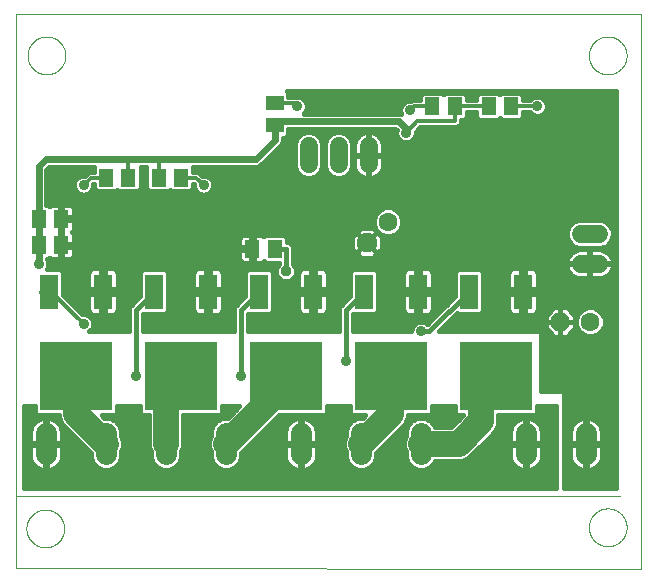
<source format=gbl>
G75*
%MOIN*%
%OFA0B0*%
%FSLAX25Y25*%
%IPPOS*%
%LPD*%
%AMOC8*
5,1,8,0,0,1.08239X$1,22.5*
%
%ADD10C,0.00000*%
%ADD11C,0.01260*%
%ADD12C,0.06300*%
%ADD13R,0.05118X0.05906*%
%ADD14R,0.06299X0.11811*%
%ADD15R,0.24409X0.22835*%
%ADD16R,0.05906X0.05118*%
%ADD17C,0.07050*%
%ADD18OC8,0.06300*%
%ADD19C,0.06000*%
%ADD20C,0.03562*%
%ADD21C,0.01200*%
%ADD22C,0.01600*%
%ADD23C,0.02400*%
%ADD24C,0.08600*%
%ADD25OC8,0.03562*%
D10*
X0032477Y0001394D02*
X0241020Y0001000D01*
X0241020Y0186079D01*
X0032477Y0186079D01*
X0032477Y0001394D01*
X0036060Y0014543D02*
X0036062Y0014701D01*
X0036068Y0014859D01*
X0036078Y0015017D01*
X0036092Y0015175D01*
X0036110Y0015332D01*
X0036131Y0015489D01*
X0036157Y0015645D01*
X0036187Y0015801D01*
X0036220Y0015956D01*
X0036258Y0016109D01*
X0036299Y0016262D01*
X0036344Y0016414D01*
X0036393Y0016565D01*
X0036446Y0016714D01*
X0036502Y0016862D01*
X0036562Y0017008D01*
X0036626Y0017153D01*
X0036694Y0017296D01*
X0036765Y0017438D01*
X0036839Y0017578D01*
X0036917Y0017715D01*
X0036999Y0017851D01*
X0037083Y0017985D01*
X0037172Y0018116D01*
X0037263Y0018245D01*
X0037358Y0018372D01*
X0037455Y0018497D01*
X0037556Y0018619D01*
X0037660Y0018738D01*
X0037767Y0018855D01*
X0037877Y0018969D01*
X0037990Y0019080D01*
X0038105Y0019189D01*
X0038223Y0019294D01*
X0038344Y0019396D01*
X0038467Y0019496D01*
X0038593Y0019592D01*
X0038721Y0019685D01*
X0038851Y0019775D01*
X0038984Y0019861D01*
X0039119Y0019945D01*
X0039255Y0020024D01*
X0039394Y0020101D01*
X0039535Y0020173D01*
X0039677Y0020243D01*
X0039821Y0020308D01*
X0039967Y0020370D01*
X0040114Y0020428D01*
X0040263Y0020483D01*
X0040413Y0020534D01*
X0040564Y0020581D01*
X0040716Y0020624D01*
X0040869Y0020663D01*
X0041024Y0020699D01*
X0041179Y0020730D01*
X0041335Y0020758D01*
X0041491Y0020782D01*
X0041648Y0020802D01*
X0041806Y0020818D01*
X0041963Y0020830D01*
X0042122Y0020838D01*
X0042280Y0020842D01*
X0042438Y0020842D01*
X0042596Y0020838D01*
X0042755Y0020830D01*
X0042912Y0020818D01*
X0043070Y0020802D01*
X0043227Y0020782D01*
X0043383Y0020758D01*
X0043539Y0020730D01*
X0043694Y0020699D01*
X0043849Y0020663D01*
X0044002Y0020624D01*
X0044154Y0020581D01*
X0044305Y0020534D01*
X0044455Y0020483D01*
X0044604Y0020428D01*
X0044751Y0020370D01*
X0044897Y0020308D01*
X0045041Y0020243D01*
X0045183Y0020173D01*
X0045324Y0020101D01*
X0045463Y0020024D01*
X0045599Y0019945D01*
X0045734Y0019861D01*
X0045867Y0019775D01*
X0045997Y0019685D01*
X0046125Y0019592D01*
X0046251Y0019496D01*
X0046374Y0019396D01*
X0046495Y0019294D01*
X0046613Y0019189D01*
X0046728Y0019080D01*
X0046841Y0018969D01*
X0046951Y0018855D01*
X0047058Y0018738D01*
X0047162Y0018619D01*
X0047263Y0018497D01*
X0047360Y0018372D01*
X0047455Y0018245D01*
X0047546Y0018116D01*
X0047635Y0017985D01*
X0047719Y0017851D01*
X0047801Y0017715D01*
X0047879Y0017578D01*
X0047953Y0017438D01*
X0048024Y0017296D01*
X0048092Y0017153D01*
X0048156Y0017008D01*
X0048216Y0016862D01*
X0048272Y0016714D01*
X0048325Y0016565D01*
X0048374Y0016414D01*
X0048419Y0016262D01*
X0048460Y0016109D01*
X0048498Y0015956D01*
X0048531Y0015801D01*
X0048561Y0015645D01*
X0048587Y0015489D01*
X0048608Y0015332D01*
X0048626Y0015175D01*
X0048640Y0015017D01*
X0048650Y0014859D01*
X0048656Y0014701D01*
X0048658Y0014543D01*
X0048656Y0014385D01*
X0048650Y0014227D01*
X0048640Y0014069D01*
X0048626Y0013911D01*
X0048608Y0013754D01*
X0048587Y0013597D01*
X0048561Y0013441D01*
X0048531Y0013285D01*
X0048498Y0013130D01*
X0048460Y0012977D01*
X0048419Y0012824D01*
X0048374Y0012672D01*
X0048325Y0012521D01*
X0048272Y0012372D01*
X0048216Y0012224D01*
X0048156Y0012078D01*
X0048092Y0011933D01*
X0048024Y0011790D01*
X0047953Y0011648D01*
X0047879Y0011508D01*
X0047801Y0011371D01*
X0047719Y0011235D01*
X0047635Y0011101D01*
X0047546Y0010970D01*
X0047455Y0010841D01*
X0047360Y0010714D01*
X0047263Y0010589D01*
X0047162Y0010467D01*
X0047058Y0010348D01*
X0046951Y0010231D01*
X0046841Y0010117D01*
X0046728Y0010006D01*
X0046613Y0009897D01*
X0046495Y0009792D01*
X0046374Y0009690D01*
X0046251Y0009590D01*
X0046125Y0009494D01*
X0045997Y0009401D01*
X0045867Y0009311D01*
X0045734Y0009225D01*
X0045599Y0009141D01*
X0045463Y0009062D01*
X0045324Y0008985D01*
X0045183Y0008913D01*
X0045041Y0008843D01*
X0044897Y0008778D01*
X0044751Y0008716D01*
X0044604Y0008658D01*
X0044455Y0008603D01*
X0044305Y0008552D01*
X0044154Y0008505D01*
X0044002Y0008462D01*
X0043849Y0008423D01*
X0043694Y0008387D01*
X0043539Y0008356D01*
X0043383Y0008328D01*
X0043227Y0008304D01*
X0043070Y0008284D01*
X0042912Y0008268D01*
X0042755Y0008256D01*
X0042596Y0008248D01*
X0042438Y0008244D01*
X0042280Y0008244D01*
X0042122Y0008248D01*
X0041963Y0008256D01*
X0041806Y0008268D01*
X0041648Y0008284D01*
X0041491Y0008304D01*
X0041335Y0008328D01*
X0041179Y0008356D01*
X0041024Y0008387D01*
X0040869Y0008423D01*
X0040716Y0008462D01*
X0040564Y0008505D01*
X0040413Y0008552D01*
X0040263Y0008603D01*
X0040114Y0008658D01*
X0039967Y0008716D01*
X0039821Y0008778D01*
X0039677Y0008843D01*
X0039535Y0008913D01*
X0039394Y0008985D01*
X0039255Y0009062D01*
X0039119Y0009141D01*
X0038984Y0009225D01*
X0038851Y0009311D01*
X0038721Y0009401D01*
X0038593Y0009494D01*
X0038467Y0009590D01*
X0038344Y0009690D01*
X0038223Y0009792D01*
X0038105Y0009897D01*
X0037990Y0010006D01*
X0037877Y0010117D01*
X0037767Y0010231D01*
X0037660Y0010348D01*
X0037556Y0010467D01*
X0037455Y0010589D01*
X0037358Y0010714D01*
X0037263Y0010841D01*
X0037172Y0010970D01*
X0037083Y0011101D01*
X0036999Y0011235D01*
X0036917Y0011371D01*
X0036839Y0011508D01*
X0036765Y0011648D01*
X0036694Y0011790D01*
X0036626Y0011933D01*
X0036562Y0012078D01*
X0036502Y0012224D01*
X0036446Y0012372D01*
X0036393Y0012521D01*
X0036344Y0012672D01*
X0036299Y0012824D01*
X0036258Y0012977D01*
X0036220Y0013130D01*
X0036187Y0013285D01*
X0036157Y0013441D01*
X0036131Y0013597D01*
X0036110Y0013754D01*
X0036092Y0013911D01*
X0036078Y0014069D01*
X0036068Y0014227D01*
X0036062Y0014385D01*
X0036060Y0014543D01*
X0032595Y0025242D02*
X0233796Y0025242D01*
X0223540Y0014937D02*
X0223542Y0015095D01*
X0223548Y0015253D01*
X0223558Y0015411D01*
X0223572Y0015569D01*
X0223590Y0015726D01*
X0223611Y0015883D01*
X0223637Y0016039D01*
X0223667Y0016195D01*
X0223700Y0016350D01*
X0223738Y0016503D01*
X0223779Y0016656D01*
X0223824Y0016808D01*
X0223873Y0016959D01*
X0223926Y0017108D01*
X0223982Y0017256D01*
X0224042Y0017402D01*
X0224106Y0017547D01*
X0224174Y0017690D01*
X0224245Y0017832D01*
X0224319Y0017972D01*
X0224397Y0018109D01*
X0224479Y0018245D01*
X0224563Y0018379D01*
X0224652Y0018510D01*
X0224743Y0018639D01*
X0224838Y0018766D01*
X0224935Y0018891D01*
X0225036Y0019013D01*
X0225140Y0019132D01*
X0225247Y0019249D01*
X0225357Y0019363D01*
X0225470Y0019474D01*
X0225585Y0019583D01*
X0225703Y0019688D01*
X0225824Y0019790D01*
X0225947Y0019890D01*
X0226073Y0019986D01*
X0226201Y0020079D01*
X0226331Y0020169D01*
X0226464Y0020255D01*
X0226599Y0020339D01*
X0226735Y0020418D01*
X0226874Y0020495D01*
X0227015Y0020567D01*
X0227157Y0020637D01*
X0227301Y0020702D01*
X0227447Y0020764D01*
X0227594Y0020822D01*
X0227743Y0020877D01*
X0227893Y0020928D01*
X0228044Y0020975D01*
X0228196Y0021018D01*
X0228349Y0021057D01*
X0228504Y0021093D01*
X0228659Y0021124D01*
X0228815Y0021152D01*
X0228971Y0021176D01*
X0229128Y0021196D01*
X0229286Y0021212D01*
X0229443Y0021224D01*
X0229602Y0021232D01*
X0229760Y0021236D01*
X0229918Y0021236D01*
X0230076Y0021232D01*
X0230235Y0021224D01*
X0230392Y0021212D01*
X0230550Y0021196D01*
X0230707Y0021176D01*
X0230863Y0021152D01*
X0231019Y0021124D01*
X0231174Y0021093D01*
X0231329Y0021057D01*
X0231482Y0021018D01*
X0231634Y0020975D01*
X0231785Y0020928D01*
X0231935Y0020877D01*
X0232084Y0020822D01*
X0232231Y0020764D01*
X0232377Y0020702D01*
X0232521Y0020637D01*
X0232663Y0020567D01*
X0232804Y0020495D01*
X0232943Y0020418D01*
X0233079Y0020339D01*
X0233214Y0020255D01*
X0233347Y0020169D01*
X0233477Y0020079D01*
X0233605Y0019986D01*
X0233731Y0019890D01*
X0233854Y0019790D01*
X0233975Y0019688D01*
X0234093Y0019583D01*
X0234208Y0019474D01*
X0234321Y0019363D01*
X0234431Y0019249D01*
X0234538Y0019132D01*
X0234642Y0019013D01*
X0234743Y0018891D01*
X0234840Y0018766D01*
X0234935Y0018639D01*
X0235026Y0018510D01*
X0235115Y0018379D01*
X0235199Y0018245D01*
X0235281Y0018109D01*
X0235359Y0017972D01*
X0235433Y0017832D01*
X0235504Y0017690D01*
X0235572Y0017547D01*
X0235636Y0017402D01*
X0235696Y0017256D01*
X0235752Y0017108D01*
X0235805Y0016959D01*
X0235854Y0016808D01*
X0235899Y0016656D01*
X0235940Y0016503D01*
X0235978Y0016350D01*
X0236011Y0016195D01*
X0236041Y0016039D01*
X0236067Y0015883D01*
X0236088Y0015726D01*
X0236106Y0015569D01*
X0236120Y0015411D01*
X0236130Y0015253D01*
X0236136Y0015095D01*
X0236138Y0014937D01*
X0236136Y0014779D01*
X0236130Y0014621D01*
X0236120Y0014463D01*
X0236106Y0014305D01*
X0236088Y0014148D01*
X0236067Y0013991D01*
X0236041Y0013835D01*
X0236011Y0013679D01*
X0235978Y0013524D01*
X0235940Y0013371D01*
X0235899Y0013218D01*
X0235854Y0013066D01*
X0235805Y0012915D01*
X0235752Y0012766D01*
X0235696Y0012618D01*
X0235636Y0012472D01*
X0235572Y0012327D01*
X0235504Y0012184D01*
X0235433Y0012042D01*
X0235359Y0011902D01*
X0235281Y0011765D01*
X0235199Y0011629D01*
X0235115Y0011495D01*
X0235026Y0011364D01*
X0234935Y0011235D01*
X0234840Y0011108D01*
X0234743Y0010983D01*
X0234642Y0010861D01*
X0234538Y0010742D01*
X0234431Y0010625D01*
X0234321Y0010511D01*
X0234208Y0010400D01*
X0234093Y0010291D01*
X0233975Y0010186D01*
X0233854Y0010084D01*
X0233731Y0009984D01*
X0233605Y0009888D01*
X0233477Y0009795D01*
X0233347Y0009705D01*
X0233214Y0009619D01*
X0233079Y0009535D01*
X0232943Y0009456D01*
X0232804Y0009379D01*
X0232663Y0009307D01*
X0232521Y0009237D01*
X0232377Y0009172D01*
X0232231Y0009110D01*
X0232084Y0009052D01*
X0231935Y0008997D01*
X0231785Y0008946D01*
X0231634Y0008899D01*
X0231482Y0008856D01*
X0231329Y0008817D01*
X0231174Y0008781D01*
X0231019Y0008750D01*
X0230863Y0008722D01*
X0230707Y0008698D01*
X0230550Y0008678D01*
X0230392Y0008662D01*
X0230235Y0008650D01*
X0230076Y0008642D01*
X0229918Y0008638D01*
X0229760Y0008638D01*
X0229602Y0008642D01*
X0229443Y0008650D01*
X0229286Y0008662D01*
X0229128Y0008678D01*
X0228971Y0008698D01*
X0228815Y0008722D01*
X0228659Y0008750D01*
X0228504Y0008781D01*
X0228349Y0008817D01*
X0228196Y0008856D01*
X0228044Y0008899D01*
X0227893Y0008946D01*
X0227743Y0008997D01*
X0227594Y0009052D01*
X0227447Y0009110D01*
X0227301Y0009172D01*
X0227157Y0009237D01*
X0227015Y0009307D01*
X0226874Y0009379D01*
X0226735Y0009456D01*
X0226599Y0009535D01*
X0226464Y0009619D01*
X0226331Y0009705D01*
X0226201Y0009795D01*
X0226073Y0009888D01*
X0225947Y0009984D01*
X0225824Y0010084D01*
X0225703Y0010186D01*
X0225585Y0010291D01*
X0225470Y0010400D01*
X0225357Y0010511D01*
X0225247Y0010625D01*
X0225140Y0010742D01*
X0225036Y0010861D01*
X0224935Y0010983D01*
X0224838Y0011108D01*
X0224743Y0011235D01*
X0224652Y0011364D01*
X0224563Y0011495D01*
X0224479Y0011629D01*
X0224397Y0011765D01*
X0224319Y0011902D01*
X0224245Y0012042D01*
X0224174Y0012184D01*
X0224106Y0012327D01*
X0224042Y0012472D01*
X0223982Y0012618D01*
X0223926Y0012766D01*
X0223873Y0012915D01*
X0223824Y0013066D01*
X0223779Y0013218D01*
X0223738Y0013371D01*
X0223700Y0013524D01*
X0223667Y0013679D01*
X0223637Y0013835D01*
X0223611Y0013991D01*
X0223590Y0014148D01*
X0223572Y0014305D01*
X0223558Y0014463D01*
X0223548Y0014621D01*
X0223542Y0014779D01*
X0223540Y0014937D01*
X0223540Y0172220D02*
X0223542Y0172378D01*
X0223548Y0172536D01*
X0223558Y0172694D01*
X0223572Y0172852D01*
X0223590Y0173009D01*
X0223611Y0173166D01*
X0223637Y0173322D01*
X0223667Y0173478D01*
X0223700Y0173633D01*
X0223738Y0173786D01*
X0223779Y0173939D01*
X0223824Y0174091D01*
X0223873Y0174242D01*
X0223926Y0174391D01*
X0223982Y0174539D01*
X0224042Y0174685D01*
X0224106Y0174830D01*
X0224174Y0174973D01*
X0224245Y0175115D01*
X0224319Y0175255D01*
X0224397Y0175392D01*
X0224479Y0175528D01*
X0224563Y0175662D01*
X0224652Y0175793D01*
X0224743Y0175922D01*
X0224838Y0176049D01*
X0224935Y0176174D01*
X0225036Y0176296D01*
X0225140Y0176415D01*
X0225247Y0176532D01*
X0225357Y0176646D01*
X0225470Y0176757D01*
X0225585Y0176866D01*
X0225703Y0176971D01*
X0225824Y0177073D01*
X0225947Y0177173D01*
X0226073Y0177269D01*
X0226201Y0177362D01*
X0226331Y0177452D01*
X0226464Y0177538D01*
X0226599Y0177622D01*
X0226735Y0177701D01*
X0226874Y0177778D01*
X0227015Y0177850D01*
X0227157Y0177920D01*
X0227301Y0177985D01*
X0227447Y0178047D01*
X0227594Y0178105D01*
X0227743Y0178160D01*
X0227893Y0178211D01*
X0228044Y0178258D01*
X0228196Y0178301D01*
X0228349Y0178340D01*
X0228504Y0178376D01*
X0228659Y0178407D01*
X0228815Y0178435D01*
X0228971Y0178459D01*
X0229128Y0178479D01*
X0229286Y0178495D01*
X0229443Y0178507D01*
X0229602Y0178515D01*
X0229760Y0178519D01*
X0229918Y0178519D01*
X0230076Y0178515D01*
X0230235Y0178507D01*
X0230392Y0178495D01*
X0230550Y0178479D01*
X0230707Y0178459D01*
X0230863Y0178435D01*
X0231019Y0178407D01*
X0231174Y0178376D01*
X0231329Y0178340D01*
X0231482Y0178301D01*
X0231634Y0178258D01*
X0231785Y0178211D01*
X0231935Y0178160D01*
X0232084Y0178105D01*
X0232231Y0178047D01*
X0232377Y0177985D01*
X0232521Y0177920D01*
X0232663Y0177850D01*
X0232804Y0177778D01*
X0232943Y0177701D01*
X0233079Y0177622D01*
X0233214Y0177538D01*
X0233347Y0177452D01*
X0233477Y0177362D01*
X0233605Y0177269D01*
X0233731Y0177173D01*
X0233854Y0177073D01*
X0233975Y0176971D01*
X0234093Y0176866D01*
X0234208Y0176757D01*
X0234321Y0176646D01*
X0234431Y0176532D01*
X0234538Y0176415D01*
X0234642Y0176296D01*
X0234743Y0176174D01*
X0234840Y0176049D01*
X0234935Y0175922D01*
X0235026Y0175793D01*
X0235115Y0175662D01*
X0235199Y0175528D01*
X0235281Y0175392D01*
X0235359Y0175255D01*
X0235433Y0175115D01*
X0235504Y0174973D01*
X0235572Y0174830D01*
X0235636Y0174685D01*
X0235696Y0174539D01*
X0235752Y0174391D01*
X0235805Y0174242D01*
X0235854Y0174091D01*
X0235899Y0173939D01*
X0235940Y0173786D01*
X0235978Y0173633D01*
X0236011Y0173478D01*
X0236041Y0173322D01*
X0236067Y0173166D01*
X0236088Y0173009D01*
X0236106Y0172852D01*
X0236120Y0172694D01*
X0236130Y0172536D01*
X0236136Y0172378D01*
X0236138Y0172220D01*
X0236136Y0172062D01*
X0236130Y0171904D01*
X0236120Y0171746D01*
X0236106Y0171588D01*
X0236088Y0171431D01*
X0236067Y0171274D01*
X0236041Y0171118D01*
X0236011Y0170962D01*
X0235978Y0170807D01*
X0235940Y0170654D01*
X0235899Y0170501D01*
X0235854Y0170349D01*
X0235805Y0170198D01*
X0235752Y0170049D01*
X0235696Y0169901D01*
X0235636Y0169755D01*
X0235572Y0169610D01*
X0235504Y0169467D01*
X0235433Y0169325D01*
X0235359Y0169185D01*
X0235281Y0169048D01*
X0235199Y0168912D01*
X0235115Y0168778D01*
X0235026Y0168647D01*
X0234935Y0168518D01*
X0234840Y0168391D01*
X0234743Y0168266D01*
X0234642Y0168144D01*
X0234538Y0168025D01*
X0234431Y0167908D01*
X0234321Y0167794D01*
X0234208Y0167683D01*
X0234093Y0167574D01*
X0233975Y0167469D01*
X0233854Y0167367D01*
X0233731Y0167267D01*
X0233605Y0167171D01*
X0233477Y0167078D01*
X0233347Y0166988D01*
X0233214Y0166902D01*
X0233079Y0166818D01*
X0232943Y0166739D01*
X0232804Y0166662D01*
X0232663Y0166590D01*
X0232521Y0166520D01*
X0232377Y0166455D01*
X0232231Y0166393D01*
X0232084Y0166335D01*
X0231935Y0166280D01*
X0231785Y0166229D01*
X0231634Y0166182D01*
X0231482Y0166139D01*
X0231329Y0166100D01*
X0231174Y0166064D01*
X0231019Y0166033D01*
X0230863Y0166005D01*
X0230707Y0165981D01*
X0230550Y0165961D01*
X0230392Y0165945D01*
X0230235Y0165933D01*
X0230076Y0165925D01*
X0229918Y0165921D01*
X0229760Y0165921D01*
X0229602Y0165925D01*
X0229443Y0165933D01*
X0229286Y0165945D01*
X0229128Y0165961D01*
X0228971Y0165981D01*
X0228815Y0166005D01*
X0228659Y0166033D01*
X0228504Y0166064D01*
X0228349Y0166100D01*
X0228196Y0166139D01*
X0228044Y0166182D01*
X0227893Y0166229D01*
X0227743Y0166280D01*
X0227594Y0166335D01*
X0227447Y0166393D01*
X0227301Y0166455D01*
X0227157Y0166520D01*
X0227015Y0166590D01*
X0226874Y0166662D01*
X0226735Y0166739D01*
X0226599Y0166818D01*
X0226464Y0166902D01*
X0226331Y0166988D01*
X0226201Y0167078D01*
X0226073Y0167171D01*
X0225947Y0167267D01*
X0225824Y0167367D01*
X0225703Y0167469D01*
X0225585Y0167574D01*
X0225470Y0167683D01*
X0225357Y0167794D01*
X0225247Y0167908D01*
X0225140Y0168025D01*
X0225036Y0168144D01*
X0224935Y0168266D01*
X0224838Y0168391D01*
X0224743Y0168518D01*
X0224652Y0168647D01*
X0224563Y0168778D01*
X0224479Y0168912D01*
X0224397Y0169048D01*
X0224319Y0169185D01*
X0224245Y0169325D01*
X0224174Y0169467D01*
X0224106Y0169610D01*
X0224042Y0169755D01*
X0223982Y0169901D01*
X0223926Y0170049D01*
X0223873Y0170198D01*
X0223824Y0170349D01*
X0223779Y0170501D01*
X0223738Y0170654D01*
X0223700Y0170807D01*
X0223667Y0170962D01*
X0223637Y0171118D01*
X0223611Y0171274D01*
X0223590Y0171431D01*
X0223572Y0171588D01*
X0223558Y0171746D01*
X0223548Y0171904D01*
X0223542Y0172062D01*
X0223540Y0172220D01*
X0036454Y0172220D02*
X0036456Y0172378D01*
X0036462Y0172536D01*
X0036472Y0172694D01*
X0036486Y0172852D01*
X0036504Y0173009D01*
X0036525Y0173166D01*
X0036551Y0173322D01*
X0036581Y0173478D01*
X0036614Y0173633D01*
X0036652Y0173786D01*
X0036693Y0173939D01*
X0036738Y0174091D01*
X0036787Y0174242D01*
X0036840Y0174391D01*
X0036896Y0174539D01*
X0036956Y0174685D01*
X0037020Y0174830D01*
X0037088Y0174973D01*
X0037159Y0175115D01*
X0037233Y0175255D01*
X0037311Y0175392D01*
X0037393Y0175528D01*
X0037477Y0175662D01*
X0037566Y0175793D01*
X0037657Y0175922D01*
X0037752Y0176049D01*
X0037849Y0176174D01*
X0037950Y0176296D01*
X0038054Y0176415D01*
X0038161Y0176532D01*
X0038271Y0176646D01*
X0038384Y0176757D01*
X0038499Y0176866D01*
X0038617Y0176971D01*
X0038738Y0177073D01*
X0038861Y0177173D01*
X0038987Y0177269D01*
X0039115Y0177362D01*
X0039245Y0177452D01*
X0039378Y0177538D01*
X0039513Y0177622D01*
X0039649Y0177701D01*
X0039788Y0177778D01*
X0039929Y0177850D01*
X0040071Y0177920D01*
X0040215Y0177985D01*
X0040361Y0178047D01*
X0040508Y0178105D01*
X0040657Y0178160D01*
X0040807Y0178211D01*
X0040958Y0178258D01*
X0041110Y0178301D01*
X0041263Y0178340D01*
X0041418Y0178376D01*
X0041573Y0178407D01*
X0041729Y0178435D01*
X0041885Y0178459D01*
X0042042Y0178479D01*
X0042200Y0178495D01*
X0042357Y0178507D01*
X0042516Y0178515D01*
X0042674Y0178519D01*
X0042832Y0178519D01*
X0042990Y0178515D01*
X0043149Y0178507D01*
X0043306Y0178495D01*
X0043464Y0178479D01*
X0043621Y0178459D01*
X0043777Y0178435D01*
X0043933Y0178407D01*
X0044088Y0178376D01*
X0044243Y0178340D01*
X0044396Y0178301D01*
X0044548Y0178258D01*
X0044699Y0178211D01*
X0044849Y0178160D01*
X0044998Y0178105D01*
X0045145Y0178047D01*
X0045291Y0177985D01*
X0045435Y0177920D01*
X0045577Y0177850D01*
X0045718Y0177778D01*
X0045857Y0177701D01*
X0045993Y0177622D01*
X0046128Y0177538D01*
X0046261Y0177452D01*
X0046391Y0177362D01*
X0046519Y0177269D01*
X0046645Y0177173D01*
X0046768Y0177073D01*
X0046889Y0176971D01*
X0047007Y0176866D01*
X0047122Y0176757D01*
X0047235Y0176646D01*
X0047345Y0176532D01*
X0047452Y0176415D01*
X0047556Y0176296D01*
X0047657Y0176174D01*
X0047754Y0176049D01*
X0047849Y0175922D01*
X0047940Y0175793D01*
X0048029Y0175662D01*
X0048113Y0175528D01*
X0048195Y0175392D01*
X0048273Y0175255D01*
X0048347Y0175115D01*
X0048418Y0174973D01*
X0048486Y0174830D01*
X0048550Y0174685D01*
X0048610Y0174539D01*
X0048666Y0174391D01*
X0048719Y0174242D01*
X0048768Y0174091D01*
X0048813Y0173939D01*
X0048854Y0173786D01*
X0048892Y0173633D01*
X0048925Y0173478D01*
X0048955Y0173322D01*
X0048981Y0173166D01*
X0049002Y0173009D01*
X0049020Y0172852D01*
X0049034Y0172694D01*
X0049044Y0172536D01*
X0049050Y0172378D01*
X0049052Y0172220D01*
X0049050Y0172062D01*
X0049044Y0171904D01*
X0049034Y0171746D01*
X0049020Y0171588D01*
X0049002Y0171431D01*
X0048981Y0171274D01*
X0048955Y0171118D01*
X0048925Y0170962D01*
X0048892Y0170807D01*
X0048854Y0170654D01*
X0048813Y0170501D01*
X0048768Y0170349D01*
X0048719Y0170198D01*
X0048666Y0170049D01*
X0048610Y0169901D01*
X0048550Y0169755D01*
X0048486Y0169610D01*
X0048418Y0169467D01*
X0048347Y0169325D01*
X0048273Y0169185D01*
X0048195Y0169048D01*
X0048113Y0168912D01*
X0048029Y0168778D01*
X0047940Y0168647D01*
X0047849Y0168518D01*
X0047754Y0168391D01*
X0047657Y0168266D01*
X0047556Y0168144D01*
X0047452Y0168025D01*
X0047345Y0167908D01*
X0047235Y0167794D01*
X0047122Y0167683D01*
X0047007Y0167574D01*
X0046889Y0167469D01*
X0046768Y0167367D01*
X0046645Y0167267D01*
X0046519Y0167171D01*
X0046391Y0167078D01*
X0046261Y0166988D01*
X0046128Y0166902D01*
X0045993Y0166818D01*
X0045857Y0166739D01*
X0045718Y0166662D01*
X0045577Y0166590D01*
X0045435Y0166520D01*
X0045291Y0166455D01*
X0045145Y0166393D01*
X0044998Y0166335D01*
X0044849Y0166280D01*
X0044699Y0166229D01*
X0044548Y0166182D01*
X0044396Y0166139D01*
X0044243Y0166100D01*
X0044088Y0166064D01*
X0043933Y0166033D01*
X0043777Y0166005D01*
X0043621Y0165981D01*
X0043464Y0165961D01*
X0043306Y0165945D01*
X0043149Y0165933D01*
X0042990Y0165925D01*
X0042832Y0165921D01*
X0042674Y0165921D01*
X0042516Y0165925D01*
X0042357Y0165933D01*
X0042200Y0165945D01*
X0042042Y0165961D01*
X0041885Y0165981D01*
X0041729Y0166005D01*
X0041573Y0166033D01*
X0041418Y0166064D01*
X0041263Y0166100D01*
X0041110Y0166139D01*
X0040958Y0166182D01*
X0040807Y0166229D01*
X0040657Y0166280D01*
X0040508Y0166335D01*
X0040361Y0166393D01*
X0040215Y0166455D01*
X0040071Y0166520D01*
X0039929Y0166590D01*
X0039788Y0166662D01*
X0039649Y0166739D01*
X0039513Y0166818D01*
X0039378Y0166902D01*
X0039245Y0166988D01*
X0039115Y0167078D01*
X0038987Y0167171D01*
X0038861Y0167267D01*
X0038738Y0167367D01*
X0038617Y0167469D01*
X0038499Y0167574D01*
X0038384Y0167683D01*
X0038271Y0167794D01*
X0038161Y0167908D01*
X0038054Y0168025D01*
X0037950Y0168144D01*
X0037849Y0168266D01*
X0037752Y0168391D01*
X0037657Y0168518D01*
X0037566Y0168647D01*
X0037477Y0168778D01*
X0037393Y0168912D01*
X0037311Y0169048D01*
X0037233Y0169185D01*
X0037159Y0169325D01*
X0037088Y0169467D01*
X0037020Y0169610D01*
X0036956Y0169755D01*
X0036896Y0169901D01*
X0036840Y0170049D01*
X0036787Y0170198D01*
X0036738Y0170349D01*
X0036693Y0170501D01*
X0036652Y0170654D01*
X0036614Y0170807D01*
X0036581Y0170962D01*
X0036551Y0171118D01*
X0036525Y0171274D01*
X0036504Y0171431D01*
X0036486Y0171588D01*
X0036472Y0171746D01*
X0036462Y0171904D01*
X0036456Y0172062D01*
X0036454Y0172220D01*
D11*
X0147688Y0109310D02*
X0147058Y0108680D01*
X0147058Y0110768D01*
X0148533Y0112243D01*
X0150621Y0112243D01*
X0152096Y0110768D01*
X0152096Y0108680D01*
X0150621Y0107205D01*
X0148533Y0107205D01*
X0147058Y0108680D01*
X0148003Y0109072D01*
X0148003Y0110376D01*
X0148925Y0111298D01*
X0150229Y0111298D01*
X0151151Y0110376D01*
X0151151Y0109072D01*
X0150229Y0108150D01*
X0148925Y0108150D01*
X0148003Y0109072D01*
X0148948Y0109463D01*
X0148948Y0109985D01*
X0149316Y0110353D01*
X0149838Y0110353D01*
X0150206Y0109985D01*
X0150206Y0109463D01*
X0149838Y0109095D01*
X0149316Y0109095D01*
X0148948Y0109463D01*
D12*
X0156648Y0116795D03*
X0224060Y0083474D03*
D13*
X0197585Y0155242D03*
X0190105Y0155242D03*
X0178835Y0155242D03*
X0171355Y0155242D03*
X0118835Y0107742D03*
X0111355Y0107742D03*
X0087585Y0131492D03*
X0080105Y0131492D03*
X0070085Y0131492D03*
X0062605Y0131492D03*
X0047585Y0117742D03*
X0040105Y0117742D03*
X0040105Y0108992D03*
X0047585Y0108992D03*
D14*
X0043595Y0093510D03*
X0061595Y0093510D03*
X0078595Y0093510D03*
X0096595Y0093510D03*
X0113595Y0093510D03*
X0131595Y0093510D03*
X0148595Y0093510D03*
X0166595Y0093510D03*
X0183595Y0093510D03*
X0201595Y0093510D03*
D15*
X0192595Y0065242D03*
X0157595Y0065242D03*
X0122595Y0065242D03*
X0087595Y0065242D03*
X0052595Y0065242D03*
D16*
X0118845Y0149002D03*
X0118845Y0156482D03*
D17*
X0127595Y0046267D02*
X0127595Y0039217D01*
X0147595Y0039217D02*
X0147595Y0046267D01*
X0167595Y0046267D02*
X0167595Y0039217D01*
X0202595Y0039217D02*
X0202595Y0046267D01*
X0222595Y0046267D02*
X0222595Y0039217D01*
X0102595Y0039217D02*
X0102595Y0046267D01*
X0082595Y0046267D02*
X0082595Y0039217D01*
X0062595Y0039217D02*
X0062595Y0046267D01*
X0042595Y0046267D02*
X0042595Y0039217D01*
D18*
X0214060Y0083474D03*
D19*
X0220845Y0102742D02*
X0226845Y0102742D01*
X0226845Y0112742D02*
X0220845Y0112742D01*
X0150095Y0135992D02*
X0150095Y0141992D01*
X0140095Y0141992D02*
X0140095Y0135992D01*
X0130095Y0135992D02*
X0130095Y0141992D01*
D20*
X0126345Y0155242D03*
X0136345Y0155242D03*
X0163845Y0153992D03*
X0162595Y0146492D03*
X0206345Y0145242D03*
X0206345Y0155242D03*
X0167595Y0080242D03*
X0142595Y0070242D03*
X0107595Y0065242D03*
X0102595Y0082742D03*
X0072595Y0065242D03*
X0055095Y0082742D03*
X0040095Y0102742D03*
X0055095Y0128992D03*
X0095095Y0128992D03*
D21*
X0092595Y0131492D01*
X0087585Y0131492D01*
X0080105Y0131492D02*
X0080105Y0137732D01*
X0080095Y0137742D01*
X0070095Y0137742D02*
X0070085Y0137732D01*
X0070085Y0131492D01*
X0062605Y0131492D02*
X0057595Y0131492D01*
X0055095Y0128992D01*
X0044327Y0093510D02*
X0055095Y0082742D01*
X0044327Y0093510D02*
X0043595Y0093510D01*
X0117595Y0150242D02*
X0118845Y0149002D01*
X0125105Y0156482D02*
X0126345Y0155242D01*
X0125105Y0156482D02*
X0118845Y0156482D01*
X0162595Y0146492D02*
X0166345Y0150242D01*
X0178845Y0150242D01*
X0178845Y0155232D01*
X0178835Y0155242D01*
X0190105Y0155242D01*
X0197585Y0155242D02*
X0206345Y0155242D01*
X0171355Y0155242D02*
X0165095Y0155242D01*
X0163845Y0153992D01*
X0170085Y0153982D02*
X0171355Y0155242D01*
D22*
X0167196Y0157242D02*
X0164267Y0157242D01*
X0164198Y0157173D01*
X0163212Y0157173D01*
X0162043Y0156689D01*
X0161148Y0155794D01*
X0160664Y0154625D01*
X0160664Y0153359D01*
X0160933Y0152709D01*
X0160612Y0152842D01*
X0128444Y0152842D01*
X0129042Y0153440D01*
X0129526Y0154609D01*
X0129526Y0155875D01*
X0129042Y0157044D01*
X0128147Y0157939D01*
X0126978Y0158423D01*
X0125992Y0158423D01*
X0125933Y0158482D01*
X0123398Y0158482D01*
X0123398Y0159704D01*
X0122860Y0160242D01*
X0232595Y0160242D01*
X0232595Y0028042D01*
X0215095Y0028042D01*
X0215095Y0060242D01*
X0207595Y0060242D01*
X0207595Y0080242D01*
X0173439Y0080242D01*
X0179492Y0086295D01*
X0179783Y0086004D01*
X0187407Y0086004D01*
X0188345Y0086942D01*
X0188345Y0100078D01*
X0187407Y0101015D01*
X0179783Y0101015D01*
X0178846Y0100078D01*
X0178846Y0091872D01*
X0169655Y0082681D01*
X0169397Y0082939D01*
X0168228Y0083423D01*
X0166962Y0083423D01*
X0165793Y0082939D01*
X0164898Y0082044D01*
X0164414Y0080875D01*
X0164414Y0080242D01*
X0144795Y0080242D01*
X0144795Y0086004D01*
X0152407Y0086004D01*
X0153345Y0086942D01*
X0153345Y0100078D01*
X0152407Y0101015D01*
X0144783Y0101015D01*
X0143846Y0100078D01*
X0143846Y0091871D01*
X0141684Y0089710D01*
X0140395Y0088421D01*
X0140395Y0080242D01*
X0109795Y0080242D01*
X0109795Y0086004D01*
X0117407Y0086004D01*
X0118345Y0086942D01*
X0118345Y0100078D01*
X0117407Y0101015D01*
X0109783Y0101015D01*
X0108846Y0100078D01*
X0108846Y0091872D01*
X0105395Y0088421D01*
X0105395Y0080242D01*
X0074795Y0080242D01*
X0074795Y0086004D01*
X0082407Y0086004D01*
X0083345Y0086942D01*
X0083345Y0100078D01*
X0082407Y0101015D01*
X0074783Y0101015D01*
X0073846Y0100078D01*
X0073846Y0091872D01*
X0071684Y0089710D01*
X0070395Y0088421D01*
X0070395Y0080242D01*
X0057094Y0080242D01*
X0057792Y0080940D01*
X0058276Y0082109D01*
X0058276Y0083375D01*
X0057792Y0084544D01*
X0056897Y0085439D01*
X0055728Y0085923D01*
X0054742Y0085923D01*
X0048345Y0092321D01*
X0048345Y0100078D01*
X0047407Y0101015D01*
X0042823Y0101015D01*
X0043276Y0102109D01*
X0043276Y0103375D01*
X0042835Y0104439D01*
X0043327Y0104439D01*
X0043704Y0104816D01*
X0043921Y0104599D01*
X0044331Y0104362D01*
X0044789Y0104239D01*
X0047106Y0104239D01*
X0047106Y0108513D01*
X0048065Y0108513D01*
X0048065Y0109472D01*
X0047106Y0109472D01*
X0047106Y0113745D01*
X0047106Y0117263D01*
X0048065Y0117263D01*
X0048065Y0118222D01*
X0047106Y0118222D01*
X0047106Y0122495D01*
X0044789Y0122495D01*
X0044331Y0122372D01*
X0043921Y0122135D01*
X0043704Y0121918D01*
X0043327Y0122295D01*
X0042705Y0122295D01*
X0042705Y0134175D01*
X0043672Y0135142D01*
X0058480Y0135142D01*
X0058446Y0135108D01*
X0058446Y0133492D01*
X0056767Y0133492D01*
X0055448Y0132173D01*
X0054462Y0132173D01*
X0053293Y0131689D01*
X0052398Y0130794D01*
X0051914Y0129625D01*
X0051914Y0128359D01*
X0052398Y0127190D01*
X0053293Y0126295D01*
X0054462Y0125811D01*
X0055728Y0125811D01*
X0056897Y0126295D01*
X0057792Y0127190D01*
X0058276Y0128359D01*
X0058276Y0129345D01*
X0058424Y0129492D01*
X0058446Y0129492D01*
X0058446Y0127877D01*
X0059383Y0126939D01*
X0065827Y0126939D01*
X0066345Y0127458D01*
X0066863Y0126939D01*
X0073307Y0126939D01*
X0074244Y0127877D01*
X0074244Y0135108D01*
X0074210Y0135142D01*
X0075980Y0135142D01*
X0075946Y0135108D01*
X0075946Y0127877D01*
X0076883Y0126939D01*
X0083327Y0126939D01*
X0083845Y0127458D01*
X0084363Y0126939D01*
X0090807Y0126939D01*
X0091744Y0127877D01*
X0091744Y0129492D01*
X0091767Y0129492D01*
X0091914Y0129345D01*
X0091914Y0128359D01*
X0092398Y0127190D01*
X0093293Y0126295D01*
X0094462Y0125811D01*
X0095728Y0125811D01*
X0096897Y0126295D01*
X0097792Y0127190D01*
X0098276Y0128359D01*
X0098276Y0129625D01*
X0097792Y0130794D01*
X0096897Y0131689D01*
X0095728Y0132173D01*
X0094742Y0132173D01*
X0093424Y0133492D01*
X0091744Y0133492D01*
X0091744Y0135108D01*
X0091710Y0135142D01*
X0113112Y0135142D01*
X0114068Y0135538D01*
X0114799Y0136269D01*
X0114799Y0136269D01*
X0120318Y0141788D01*
X0121049Y0142519D01*
X0121445Y0143475D01*
X0121445Y0144843D01*
X0122461Y0144843D01*
X0123398Y0145780D01*
X0123398Y0147642D01*
X0159018Y0147642D01*
X0159450Y0147211D01*
X0159414Y0147125D01*
X0159414Y0145859D01*
X0159898Y0144690D01*
X0160793Y0143795D01*
X0161962Y0143311D01*
X0163228Y0143311D01*
X0164397Y0143795D01*
X0165292Y0144690D01*
X0165776Y0145859D01*
X0165776Y0146845D01*
X0167174Y0148242D01*
X0179674Y0148242D01*
X0180845Y0149414D01*
X0180845Y0150689D01*
X0182057Y0150689D01*
X0182994Y0151627D01*
X0182994Y0153242D01*
X0185946Y0153242D01*
X0185946Y0151627D01*
X0186883Y0150689D01*
X0193327Y0150689D01*
X0193845Y0151208D01*
X0194363Y0150689D01*
X0200807Y0150689D01*
X0201744Y0151627D01*
X0201744Y0153242D01*
X0203846Y0153242D01*
X0204543Y0152545D01*
X0205712Y0152061D01*
X0206978Y0152061D01*
X0208147Y0152545D01*
X0209042Y0153440D01*
X0209526Y0154609D01*
X0209526Y0155875D01*
X0209042Y0157044D01*
X0208147Y0157939D01*
X0206978Y0158423D01*
X0205712Y0158423D01*
X0204543Y0157939D01*
X0203846Y0157242D01*
X0201744Y0157242D01*
X0201744Y0158858D01*
X0200807Y0159795D01*
X0194363Y0159795D01*
X0193845Y0159277D01*
X0193327Y0159795D01*
X0186883Y0159795D01*
X0185946Y0158858D01*
X0185946Y0157242D01*
X0182994Y0157242D01*
X0182994Y0158858D01*
X0182057Y0159795D01*
X0175613Y0159795D01*
X0175095Y0159277D01*
X0174577Y0159795D01*
X0168133Y0159795D01*
X0167196Y0158858D01*
X0167196Y0157242D01*
X0167196Y0157919D02*
X0128167Y0157919D01*
X0129342Y0156320D02*
X0161674Y0156320D01*
X0160704Y0154722D02*
X0129526Y0154722D01*
X0128725Y0153123D02*
X0160762Y0153123D01*
X0159414Y0146729D02*
X0150871Y0146729D01*
X0151219Y0146674D02*
X0150473Y0146792D01*
X0150295Y0146792D01*
X0150295Y0139192D01*
X0149895Y0139192D01*
X0149895Y0138792D01*
X0145295Y0138792D01*
X0145295Y0135614D01*
X0145413Y0134868D01*
X0145647Y0134150D01*
X0145990Y0133476D01*
X0146434Y0132865D01*
X0146968Y0132331D01*
X0147579Y0131887D01*
X0148253Y0131544D01*
X0148971Y0131310D01*
X0149717Y0131192D01*
X0149895Y0131192D01*
X0149895Y0138792D01*
X0150295Y0138792D01*
X0150295Y0131192D01*
X0150473Y0131192D01*
X0151219Y0131310D01*
X0151938Y0131544D01*
X0152611Y0131887D01*
X0153222Y0132331D01*
X0153756Y0132865D01*
X0154200Y0133476D01*
X0154543Y0134150D01*
X0154777Y0134868D01*
X0154895Y0135614D01*
X0154895Y0138792D01*
X0150295Y0138792D01*
X0150295Y0139192D01*
X0154895Y0139192D01*
X0154895Y0142370D01*
X0154777Y0143116D01*
X0154543Y0143835D01*
X0154200Y0144508D01*
X0153756Y0145119D01*
X0153222Y0145653D01*
X0152611Y0146097D01*
X0151938Y0146440D01*
X0151219Y0146674D01*
X0150295Y0146729D02*
X0149895Y0146729D01*
X0149895Y0146792D02*
X0149717Y0146792D01*
X0148971Y0146674D01*
X0148253Y0146440D01*
X0147579Y0146097D01*
X0146968Y0145653D01*
X0146434Y0145119D01*
X0145990Y0144508D01*
X0145647Y0143835D01*
X0145413Y0143116D01*
X0145295Y0142370D01*
X0145295Y0139192D01*
X0149895Y0139192D01*
X0149895Y0146792D01*
X0149319Y0146729D02*
X0123398Y0146729D01*
X0122748Y0145130D02*
X0126728Y0145130D01*
X0126195Y0144598D02*
X0125495Y0142907D01*
X0125495Y0135077D01*
X0126195Y0133386D01*
X0127489Y0132092D01*
X0129180Y0131392D01*
X0131010Y0131392D01*
X0132701Y0132092D01*
X0133995Y0133386D01*
X0134695Y0135077D01*
X0134695Y0142907D01*
X0133995Y0144598D01*
X0132701Y0145892D01*
X0131010Y0146592D01*
X0129180Y0146592D01*
X0127489Y0145892D01*
X0126195Y0144598D01*
X0125754Y0143532D02*
X0121445Y0143532D01*
X0120463Y0141933D02*
X0125495Y0141933D01*
X0125495Y0140335D02*
X0118865Y0140335D01*
X0117266Y0138736D02*
X0125495Y0138736D01*
X0125495Y0137138D02*
X0115668Y0137138D01*
X0114069Y0135539D02*
X0125495Y0135539D01*
X0125966Y0133941D02*
X0091744Y0133941D01*
X0094573Y0132342D02*
X0127239Y0132342D01*
X0132951Y0132342D02*
X0137239Y0132342D01*
X0137489Y0132092D02*
X0139180Y0131392D01*
X0141010Y0131392D01*
X0142701Y0132092D01*
X0143995Y0133386D01*
X0144695Y0135077D01*
X0144695Y0142907D01*
X0143995Y0144598D01*
X0142701Y0145892D01*
X0141010Y0146592D01*
X0139180Y0146592D01*
X0137489Y0145892D01*
X0136195Y0144598D01*
X0135495Y0142907D01*
X0135495Y0135077D01*
X0136195Y0133386D01*
X0137489Y0132092D01*
X0135966Y0133941D02*
X0134224Y0133941D01*
X0134695Y0135539D02*
X0135495Y0135539D01*
X0135495Y0137138D02*
X0134695Y0137138D01*
X0134695Y0138736D02*
X0135495Y0138736D01*
X0135495Y0140335D02*
X0134695Y0140335D01*
X0134695Y0141933D02*
X0135495Y0141933D01*
X0135754Y0143532D02*
X0134436Y0143532D01*
X0133462Y0145130D02*
X0136728Y0145130D01*
X0143462Y0145130D02*
X0146445Y0145130D01*
X0145548Y0143532D02*
X0144436Y0143532D01*
X0144695Y0141933D02*
X0145295Y0141933D01*
X0145295Y0140335D02*
X0144695Y0140335D01*
X0144695Y0138736D02*
X0145295Y0138736D01*
X0145295Y0137138D02*
X0144695Y0137138D01*
X0144695Y0135539D02*
X0145307Y0135539D01*
X0145753Y0133941D02*
X0144224Y0133941D01*
X0142951Y0132342D02*
X0146957Y0132342D01*
X0149895Y0132342D02*
X0150295Y0132342D01*
X0150295Y0133941D02*
X0149895Y0133941D01*
X0149895Y0135539D02*
X0150295Y0135539D01*
X0150295Y0137138D02*
X0149895Y0137138D01*
X0149895Y0138736D02*
X0150295Y0138736D01*
X0150295Y0140335D02*
X0149895Y0140335D01*
X0149895Y0141933D02*
X0150295Y0141933D01*
X0150295Y0143532D02*
X0149895Y0143532D01*
X0149895Y0145130D02*
X0150295Y0145130D01*
X0153745Y0145130D02*
X0159716Y0145130D01*
X0161429Y0143532D02*
X0154642Y0143532D01*
X0154895Y0141933D02*
X0232595Y0141933D01*
X0232595Y0140335D02*
X0154895Y0140335D01*
X0154895Y0138736D02*
X0232595Y0138736D01*
X0232595Y0137138D02*
X0154895Y0137138D01*
X0154883Y0135539D02*
X0232595Y0135539D01*
X0232595Y0133941D02*
X0154437Y0133941D01*
X0153234Y0132342D02*
X0232595Y0132342D01*
X0232595Y0130744D02*
X0097813Y0130744D01*
X0098276Y0129145D02*
X0232595Y0129145D01*
X0232595Y0127547D02*
X0097940Y0127547D01*
X0096059Y0125948D02*
X0232595Y0125948D01*
X0232595Y0124350D02*
X0042705Y0124350D01*
X0042705Y0125948D02*
X0054131Y0125948D01*
X0056059Y0125948D02*
X0094131Y0125948D01*
X0092251Y0127547D02*
X0091415Y0127547D01*
X0091744Y0129145D02*
X0091914Y0129145D01*
X0076276Y0127547D02*
X0073915Y0127547D01*
X0074244Y0129145D02*
X0075946Y0129145D01*
X0075946Y0130744D02*
X0074244Y0130744D01*
X0074244Y0132342D02*
X0075946Y0132342D01*
X0075946Y0133941D02*
X0074244Y0133941D01*
X0058446Y0133941D02*
X0042705Y0133941D01*
X0042705Y0132342D02*
X0055617Y0132342D01*
X0052378Y0130744D02*
X0042705Y0130744D01*
X0042705Y0129145D02*
X0051914Y0129145D01*
X0052251Y0127547D02*
X0042705Y0127547D01*
X0042705Y0122751D02*
X0232595Y0122751D01*
X0232595Y0121153D02*
X0158541Y0121153D01*
X0159339Y0120822D02*
X0157593Y0121545D01*
X0155704Y0121545D01*
X0153958Y0120822D01*
X0152622Y0119486D01*
X0151898Y0117740D01*
X0151898Y0115851D01*
X0152622Y0114105D01*
X0153958Y0112769D01*
X0155704Y0112045D01*
X0157593Y0112045D01*
X0159339Y0112769D01*
X0160675Y0114105D01*
X0161398Y0115851D01*
X0161398Y0117740D01*
X0160675Y0119486D01*
X0159339Y0120822D01*
X0160607Y0119554D02*
X0232595Y0119554D01*
X0232595Y0117956D02*
X0161309Y0117956D01*
X0161398Y0116357D02*
X0217955Y0116357D01*
X0218239Y0116642D02*
X0216945Y0115348D01*
X0216245Y0113657D01*
X0216245Y0111827D01*
X0216945Y0110136D01*
X0218239Y0108842D01*
X0219930Y0108142D01*
X0227760Y0108142D01*
X0229451Y0108842D01*
X0230745Y0110136D01*
X0231445Y0111827D01*
X0231445Y0113657D01*
X0230745Y0115348D01*
X0229451Y0116642D01*
X0227760Y0117342D01*
X0219930Y0117342D01*
X0218239Y0116642D01*
X0216701Y0114759D02*
X0160946Y0114759D01*
X0159731Y0113160D02*
X0216245Y0113160D01*
X0216355Y0111562D02*
X0154527Y0111562D01*
X0154527Y0111775D02*
X0153078Y0113224D01*
X0149577Y0109724D01*
X0146077Y0106224D01*
X0149577Y0109724D01*
X0149577Y0109724D01*
X0146077Y0113224D01*
X0144627Y0111775D01*
X0144627Y0107674D01*
X0146077Y0106224D01*
X0147527Y0104774D01*
X0151628Y0104774D01*
X0153077Y0106224D01*
X0149577Y0109724D01*
X0149577Y0109724D01*
X0149577Y0109724D01*
X0146077Y0113225D01*
X0147527Y0114674D01*
X0151628Y0114674D01*
X0153077Y0113225D01*
X0149577Y0109724D01*
X0153078Y0106224D01*
X0154527Y0107674D01*
X0154527Y0111775D01*
X0153566Y0113160D02*
X0153142Y0113160D01*
X0153013Y0113160D02*
X0153013Y0113160D01*
X0152351Y0114759D02*
X0051944Y0114759D01*
X0051944Y0114552D02*
X0051944Y0117263D01*
X0048065Y0117263D01*
X0048065Y0109472D01*
X0051944Y0109472D01*
X0051944Y0112182D01*
X0051822Y0112640D01*
X0051585Y0113050D01*
X0051268Y0113367D01*
X0051585Y0113684D01*
X0051822Y0114095D01*
X0051944Y0114552D01*
X0051475Y0113160D02*
X0146013Y0113160D01*
X0146141Y0113160D02*
X0146142Y0113160D01*
X0144627Y0111562D02*
X0122790Y0111562D01*
X0122994Y0111358D02*
X0122057Y0112295D01*
X0115613Y0112295D01*
X0115237Y0111918D01*
X0115019Y0112135D01*
X0114609Y0112372D01*
X0114151Y0112495D01*
X0111835Y0112495D01*
X0111835Y0108222D01*
X0110875Y0108222D01*
X0110875Y0107263D01*
X0106996Y0107263D01*
X0106996Y0104552D01*
X0107119Y0104095D01*
X0107356Y0103684D01*
X0107691Y0103349D01*
X0108101Y0103112D01*
X0108559Y0102989D01*
X0110875Y0102989D01*
X0110875Y0107263D01*
X0111835Y0107263D01*
X0111835Y0102989D01*
X0114151Y0102989D01*
X0114609Y0103112D01*
X0115019Y0103349D01*
X0115237Y0103566D01*
X0115613Y0103189D01*
X0120395Y0103189D01*
X0120395Y0102541D01*
X0119414Y0101560D01*
X0119414Y0098924D01*
X0121277Y0097061D01*
X0123913Y0097061D01*
X0125776Y0098924D01*
X0125776Y0101560D01*
X0124795Y0102541D01*
X0124795Y0108653D01*
X0123506Y0109942D01*
X0122994Y0109942D01*
X0122994Y0111358D01*
X0122994Y0109963D02*
X0144627Y0109963D01*
X0144627Y0108365D02*
X0124795Y0108365D01*
X0124795Y0106766D02*
X0145535Y0106766D01*
X0146619Y0106766D02*
X0146619Y0106766D01*
X0147134Y0105168D02*
X0124795Y0105168D01*
X0124795Y0103569D02*
X0216116Y0103569D01*
X0216163Y0103866D02*
X0216045Y0103120D01*
X0216045Y0102942D01*
X0223645Y0102942D01*
X0223645Y0102542D01*
X0216045Y0102542D01*
X0216045Y0102364D01*
X0216163Y0101618D01*
X0216397Y0100900D01*
X0216740Y0100226D01*
X0217184Y0099615D01*
X0217718Y0099081D01*
X0218329Y0098637D01*
X0219003Y0098294D01*
X0219721Y0098060D01*
X0220467Y0097942D01*
X0223645Y0097942D01*
X0223645Y0102542D01*
X0224045Y0102542D01*
X0224045Y0097942D01*
X0227223Y0097942D01*
X0227969Y0098060D01*
X0228688Y0098294D01*
X0229361Y0098637D01*
X0229972Y0099081D01*
X0230506Y0099615D01*
X0230950Y0100226D01*
X0231293Y0100900D01*
X0231527Y0101618D01*
X0231645Y0102364D01*
X0231645Y0102542D01*
X0224045Y0102542D01*
X0224045Y0102942D01*
X0223645Y0102942D01*
X0223645Y0107542D01*
X0220467Y0107542D01*
X0219721Y0107424D01*
X0219003Y0107190D01*
X0218329Y0106847D01*
X0217718Y0106403D01*
X0217184Y0105869D01*
X0216740Y0105258D01*
X0216397Y0104585D01*
X0216163Y0103866D01*
X0216694Y0105168D02*
X0152021Y0105168D01*
X0152535Y0106766D02*
X0152536Y0106766D01*
X0153620Y0106766D02*
X0218218Y0106766D01*
X0219393Y0108365D02*
X0154527Y0108365D01*
X0154527Y0109963D02*
X0217119Y0109963D01*
X0223645Y0106766D02*
X0224045Y0106766D01*
X0224045Y0107542D02*
X0224045Y0102942D01*
X0231645Y0102942D01*
X0231645Y0103120D01*
X0231527Y0103866D01*
X0231293Y0104585D01*
X0230950Y0105258D01*
X0230506Y0105869D01*
X0229972Y0106403D01*
X0229361Y0106847D01*
X0228688Y0107190D01*
X0227969Y0107424D01*
X0227223Y0107542D01*
X0224045Y0107542D01*
X0224045Y0105168D02*
X0223645Y0105168D01*
X0223645Y0103569D02*
X0224045Y0103569D01*
X0224045Y0101971D02*
X0223645Y0101971D01*
X0223645Y0100372D02*
X0224045Y0100372D01*
X0224045Y0098774D02*
X0223645Y0098774D01*
X0218141Y0098774D02*
X0206545Y0098774D01*
X0206545Y0099652D02*
X0206422Y0100110D01*
X0206185Y0100521D01*
X0205850Y0100856D01*
X0205440Y0101093D01*
X0204982Y0101215D01*
X0202370Y0101215D01*
X0202370Y0094285D01*
X0200820Y0094285D01*
X0200820Y0101215D01*
X0198209Y0101215D01*
X0197751Y0101093D01*
X0197340Y0100856D01*
X0197005Y0100521D01*
X0196768Y0100110D01*
X0196646Y0099652D01*
X0196646Y0094285D01*
X0200820Y0094285D01*
X0200820Y0092735D01*
X0196646Y0092735D01*
X0196646Y0087367D01*
X0196768Y0086910D01*
X0197005Y0086499D01*
X0197340Y0086164D01*
X0197751Y0085927D01*
X0198209Y0085804D01*
X0200820Y0085804D01*
X0200820Y0092735D01*
X0202370Y0092735D01*
X0202370Y0094285D01*
X0206545Y0094285D01*
X0206545Y0099652D01*
X0206271Y0100372D02*
X0216666Y0100372D01*
X0216107Y0101971D02*
X0125365Y0101971D01*
X0125776Y0100372D02*
X0126919Y0100372D01*
X0127005Y0100521D02*
X0126768Y0100110D01*
X0126646Y0099652D01*
X0126646Y0094285D01*
X0130820Y0094285D01*
X0130820Y0101215D01*
X0128209Y0101215D01*
X0127751Y0101093D01*
X0127340Y0100856D01*
X0127005Y0100521D01*
X0126646Y0098774D02*
X0125625Y0098774D01*
X0126646Y0097175D02*
X0124027Y0097175D01*
X0121163Y0097175D02*
X0118345Y0097175D01*
X0118345Y0095577D02*
X0126646Y0095577D01*
X0126646Y0092735D02*
X0126646Y0087367D01*
X0126768Y0086910D01*
X0127005Y0086499D01*
X0127340Y0086164D01*
X0127751Y0085927D01*
X0128209Y0085804D01*
X0130820Y0085804D01*
X0130820Y0092735D01*
X0126646Y0092735D01*
X0126646Y0092380D02*
X0118345Y0092380D01*
X0118345Y0093978D02*
X0130820Y0093978D01*
X0130820Y0094285D02*
X0130820Y0092735D01*
X0132370Y0092735D01*
X0132370Y0094285D01*
X0130820Y0094285D01*
X0130820Y0095577D02*
X0132370Y0095577D01*
X0132370Y0094285D02*
X0132370Y0101215D01*
X0134982Y0101215D01*
X0135440Y0101093D01*
X0135850Y0100856D01*
X0136185Y0100521D01*
X0136422Y0100110D01*
X0136545Y0099652D01*
X0136545Y0094285D01*
X0132370Y0094285D01*
X0132370Y0093978D02*
X0143846Y0093978D01*
X0143846Y0092380D02*
X0136545Y0092380D01*
X0136545Y0092735D02*
X0132370Y0092735D01*
X0132370Y0085804D01*
X0134982Y0085804D01*
X0135440Y0085927D01*
X0135850Y0086164D01*
X0136185Y0086499D01*
X0136422Y0086910D01*
X0136545Y0087367D01*
X0136545Y0092735D01*
X0136545Y0090781D02*
X0142755Y0090781D01*
X0141157Y0089183D02*
X0136545Y0089183D01*
X0136545Y0087584D02*
X0140395Y0087584D01*
X0140395Y0085986D02*
X0135541Y0085986D01*
X0132370Y0085986D02*
X0130820Y0085986D01*
X0130820Y0087584D02*
X0132370Y0087584D01*
X0132370Y0089183D02*
X0130820Y0089183D01*
X0130820Y0090781D02*
X0132370Y0090781D01*
X0132370Y0092380D02*
X0130820Y0092380D01*
X0126646Y0090781D02*
X0118345Y0090781D01*
X0118345Y0089183D02*
X0126646Y0089183D01*
X0126646Y0087584D02*
X0118345Y0087584D01*
X0113595Y0093510D02*
X0107595Y0087510D01*
X0107595Y0065242D01*
X0107034Y0055242D02*
X0101400Y0055242D01*
X0101400Y0053162D01*
X0100463Y0052225D01*
X0088295Y0052225D01*
X0088295Y0041608D01*
X0087720Y0040220D01*
X0087720Y0038198D01*
X0086940Y0036314D01*
X0085498Y0034872D01*
X0083615Y0034092D01*
X0081576Y0034092D01*
X0079692Y0034872D01*
X0078250Y0036314D01*
X0077470Y0038198D01*
X0077470Y0040220D01*
X0076895Y0041608D01*
X0076895Y0052225D01*
X0074728Y0052225D01*
X0073790Y0053162D01*
X0073790Y0055242D01*
X0066400Y0055242D01*
X0066400Y0053162D01*
X0065463Y0052225D01*
X0061173Y0052225D01*
X0062006Y0051392D01*
X0063615Y0051392D01*
X0065498Y0050612D01*
X0066940Y0049170D01*
X0067720Y0047287D01*
X0067720Y0045264D01*
X0068295Y0043876D01*
X0068295Y0041608D01*
X0067720Y0040220D01*
X0067720Y0038198D01*
X0066940Y0036314D01*
X0065498Y0034872D01*
X0063615Y0034092D01*
X0061576Y0034092D01*
X0059692Y0034872D01*
X0058250Y0036314D01*
X0057470Y0038198D01*
X0057470Y0039806D01*
X0047763Y0049513D01*
X0046895Y0051608D01*
X0046895Y0052225D01*
X0039728Y0052225D01*
X0038790Y0053162D01*
X0038790Y0055242D01*
X0035277Y0055242D01*
X0035277Y0028042D01*
X0212595Y0028042D01*
X0212595Y0055242D01*
X0206400Y0055242D01*
X0206400Y0053162D01*
X0205463Y0052225D01*
X0193295Y0052225D01*
X0193295Y0049108D01*
X0192427Y0047013D01*
X0190824Y0045410D01*
X0183324Y0037910D01*
X0181229Y0037042D01*
X0172241Y0037042D01*
X0171940Y0036314D01*
X0170498Y0034872D01*
X0168615Y0034092D01*
X0166576Y0034092D01*
X0164692Y0034872D01*
X0163250Y0036314D01*
X0162470Y0038198D01*
X0162470Y0040220D01*
X0161895Y0041608D01*
X0161895Y0043876D01*
X0162470Y0045264D01*
X0162470Y0047287D01*
X0163250Y0049170D01*
X0164692Y0050612D01*
X0166576Y0051392D01*
X0168615Y0051392D01*
X0170498Y0050612D01*
X0171940Y0049170D01*
X0172241Y0048442D01*
X0177734Y0048442D01*
X0181517Y0052225D01*
X0179728Y0052225D01*
X0178790Y0053162D01*
X0178790Y0055242D01*
X0171400Y0055242D01*
X0171400Y0053162D01*
X0170463Y0052225D01*
X0163295Y0052225D01*
X0163295Y0051608D01*
X0162427Y0049513D01*
X0152720Y0039806D01*
X0152720Y0038198D01*
X0151940Y0036314D01*
X0150498Y0034872D01*
X0148615Y0034092D01*
X0146576Y0034092D01*
X0144692Y0034872D01*
X0143250Y0036314D01*
X0142470Y0038198D01*
X0142470Y0040220D01*
X0141895Y0041608D01*
X0141895Y0043876D01*
X0142470Y0045264D01*
X0142470Y0047287D01*
X0143250Y0049170D01*
X0144692Y0050612D01*
X0146576Y0051392D01*
X0148184Y0051392D01*
X0149017Y0052225D01*
X0144728Y0052225D01*
X0143790Y0053162D01*
X0143790Y0055242D01*
X0136400Y0055242D01*
X0136400Y0053162D01*
X0135463Y0052225D01*
X0120139Y0052225D01*
X0107720Y0039806D01*
X0107720Y0038198D01*
X0106940Y0036314D01*
X0105498Y0034872D01*
X0103615Y0034092D01*
X0101576Y0034092D01*
X0099692Y0034872D01*
X0098250Y0036314D01*
X0097470Y0038198D01*
X0097470Y0040220D01*
X0096895Y0041608D01*
X0096895Y0043876D01*
X0097470Y0045264D01*
X0097470Y0047287D01*
X0098250Y0049170D01*
X0099692Y0050612D01*
X0101576Y0051392D01*
X0103184Y0051392D01*
X0107034Y0055242D01*
X0105807Y0054015D02*
X0101400Y0054015D01*
X0100655Y0052417D02*
X0104209Y0052417D01*
X0100190Y0050818D02*
X0088295Y0050818D01*
X0088295Y0049220D02*
X0098300Y0049220D01*
X0097609Y0047621D02*
X0088295Y0047621D01*
X0088295Y0046023D02*
X0097470Y0046023D01*
X0097122Y0044424D02*
X0088295Y0044424D01*
X0088295Y0042826D02*
X0096895Y0042826D01*
X0097053Y0041227D02*
X0088137Y0041227D01*
X0087720Y0039629D02*
X0097470Y0039629D01*
X0097540Y0038030D02*
X0087651Y0038030D01*
X0086989Y0036432D02*
X0098202Y0036432D01*
X0099787Y0034833D02*
X0085404Y0034833D01*
X0079787Y0034833D02*
X0065404Y0034833D01*
X0066989Y0036432D02*
X0078202Y0036432D01*
X0077540Y0038030D02*
X0067651Y0038030D01*
X0067720Y0039629D02*
X0077470Y0039629D01*
X0077053Y0041227D02*
X0068137Y0041227D01*
X0068295Y0042826D02*
X0076895Y0042826D01*
X0076895Y0044424D02*
X0068068Y0044424D01*
X0067720Y0046023D02*
X0076895Y0046023D01*
X0076895Y0047621D02*
X0067581Y0047621D01*
X0066890Y0049220D02*
X0076895Y0049220D01*
X0076895Y0050818D02*
X0065000Y0050818D01*
X0065655Y0052417D02*
X0074536Y0052417D01*
X0073790Y0054015D02*
X0066400Y0054015D01*
X0072595Y0065242D02*
X0072595Y0087510D01*
X0078595Y0093510D01*
X0073846Y0093978D02*
X0062370Y0093978D01*
X0062370Y0094285D02*
X0066545Y0094285D01*
X0066545Y0099652D01*
X0066422Y0100110D01*
X0066185Y0100521D01*
X0065850Y0100856D01*
X0065440Y0101093D01*
X0064982Y0101215D01*
X0062370Y0101215D01*
X0062370Y0094285D01*
X0060820Y0094285D01*
X0060820Y0101215D01*
X0058209Y0101215D01*
X0057751Y0101093D01*
X0057340Y0100856D01*
X0057005Y0100521D01*
X0056768Y0100110D01*
X0056646Y0099652D01*
X0056646Y0094285D01*
X0060820Y0094285D01*
X0060820Y0092735D01*
X0056646Y0092735D01*
X0056646Y0087367D01*
X0056768Y0086910D01*
X0057005Y0086499D01*
X0057340Y0086164D01*
X0057751Y0085927D01*
X0058209Y0085804D01*
X0060820Y0085804D01*
X0060820Y0092735D01*
X0062370Y0092735D01*
X0062370Y0094285D01*
X0062370Y0095577D02*
X0060820Y0095577D01*
X0060820Y0097175D02*
X0062370Y0097175D01*
X0062370Y0098774D02*
X0060820Y0098774D01*
X0060820Y0100372D02*
X0062370Y0100372D01*
X0066271Y0100372D02*
X0074140Y0100372D01*
X0073846Y0098774D02*
X0066545Y0098774D01*
X0066545Y0097175D02*
X0073846Y0097175D01*
X0073846Y0095577D02*
X0066545Y0095577D01*
X0066545Y0092735D02*
X0062370Y0092735D01*
X0062370Y0085804D01*
X0064982Y0085804D01*
X0065440Y0085927D01*
X0065850Y0086164D01*
X0066185Y0086499D01*
X0066422Y0086910D01*
X0066545Y0087367D01*
X0066545Y0092735D01*
X0066545Y0092380D02*
X0073846Y0092380D01*
X0072755Y0090781D02*
X0066545Y0090781D01*
X0066545Y0089183D02*
X0071157Y0089183D01*
X0070395Y0087584D02*
X0066545Y0087584D01*
X0065541Y0085986D02*
X0070395Y0085986D01*
X0070395Y0084387D02*
X0057857Y0084387D01*
X0057649Y0085986D02*
X0054680Y0085986D01*
X0053082Y0087584D02*
X0056646Y0087584D01*
X0056646Y0089183D02*
X0051483Y0089183D01*
X0049885Y0090781D02*
X0056646Y0090781D01*
X0056646Y0092380D02*
X0048345Y0092380D01*
X0048345Y0093978D02*
X0060820Y0093978D01*
X0060820Y0092380D02*
X0062370Y0092380D01*
X0062370Y0090781D02*
X0060820Y0090781D01*
X0060820Y0089183D02*
X0062370Y0089183D01*
X0062370Y0087584D02*
X0060820Y0087584D01*
X0060820Y0085986D02*
X0062370Y0085986D01*
X0058276Y0082789D02*
X0070395Y0082789D01*
X0070395Y0081190D02*
X0057895Y0081190D01*
X0043595Y0093510D02*
X0040863Y0093510D01*
X0048345Y0095577D02*
X0056646Y0095577D01*
X0056646Y0097175D02*
X0048345Y0097175D01*
X0048345Y0098774D02*
X0056646Y0098774D01*
X0056919Y0100372D02*
X0048051Y0100372D01*
X0048065Y0104239D02*
X0050381Y0104239D01*
X0050839Y0104362D01*
X0051250Y0104599D01*
X0051585Y0104934D01*
X0051822Y0105345D01*
X0051944Y0105802D01*
X0051944Y0108513D01*
X0048065Y0108513D01*
X0048065Y0104239D01*
X0048065Y0105168D02*
X0047106Y0105168D01*
X0047106Y0106766D02*
X0048065Y0106766D01*
X0048065Y0108365D02*
X0047106Y0108365D01*
X0047106Y0109963D02*
X0048065Y0109963D01*
X0048065Y0111562D02*
X0047106Y0111562D01*
X0047106Y0113160D02*
X0048065Y0113160D01*
X0048065Y0114759D02*
X0047106Y0114759D01*
X0047106Y0116357D02*
X0048065Y0116357D01*
X0048065Y0117956D02*
X0151988Y0117956D01*
X0151898Y0116357D02*
X0051944Y0116357D01*
X0051944Y0118222D02*
X0051944Y0120932D01*
X0051822Y0121390D01*
X0051585Y0121800D01*
X0051250Y0122135D01*
X0050839Y0122372D01*
X0050381Y0122495D01*
X0048065Y0122495D01*
X0048065Y0118222D01*
X0051944Y0118222D01*
X0051944Y0119554D02*
X0152690Y0119554D01*
X0154756Y0121153D02*
X0051885Y0121153D01*
X0048065Y0121153D02*
X0047106Y0121153D01*
X0047106Y0119554D02*
X0048065Y0119554D01*
X0051944Y0111562D02*
X0107218Y0111562D01*
X0107119Y0111390D02*
X0106996Y0110932D01*
X0106996Y0108222D01*
X0110875Y0108222D01*
X0110875Y0112495D01*
X0108559Y0112495D01*
X0108101Y0112372D01*
X0107691Y0112135D01*
X0107356Y0111800D01*
X0107119Y0111390D01*
X0106996Y0109963D02*
X0051944Y0109963D01*
X0051944Y0108365D02*
X0106996Y0108365D01*
X0106996Y0106766D02*
X0051944Y0106766D01*
X0051720Y0105168D02*
X0106996Y0105168D01*
X0107471Y0103569D02*
X0043196Y0103569D01*
X0043219Y0101971D02*
X0119825Y0101971D01*
X0119414Y0100372D02*
X0118051Y0100372D01*
X0118345Y0098774D02*
X0119565Y0098774D01*
X0122595Y0100242D02*
X0122595Y0107742D01*
X0118835Y0107742D01*
X0111835Y0108365D02*
X0110875Y0108365D01*
X0110875Y0109963D02*
X0111835Y0109963D01*
X0111835Y0111562D02*
X0110875Y0111562D01*
X0110875Y0106766D02*
X0111835Y0106766D01*
X0111835Y0105168D02*
X0110875Y0105168D01*
X0110875Y0103569D02*
X0111835Y0103569D01*
X0109140Y0100372D02*
X0101271Y0100372D01*
X0101185Y0100521D02*
X0100850Y0100856D01*
X0100440Y0101093D01*
X0099982Y0101215D01*
X0097370Y0101215D01*
X0097370Y0094285D01*
X0095820Y0094285D01*
X0095820Y0101215D01*
X0093209Y0101215D01*
X0092751Y0101093D01*
X0092340Y0100856D01*
X0092005Y0100521D01*
X0091768Y0100110D01*
X0091646Y0099652D01*
X0091646Y0094285D01*
X0095820Y0094285D01*
X0095820Y0092735D01*
X0091646Y0092735D01*
X0091646Y0087367D01*
X0091768Y0086910D01*
X0092005Y0086499D01*
X0092340Y0086164D01*
X0092751Y0085927D01*
X0093209Y0085804D01*
X0095820Y0085804D01*
X0095820Y0092735D01*
X0097370Y0092735D01*
X0097370Y0094285D01*
X0101545Y0094285D01*
X0101545Y0099652D01*
X0101422Y0100110D01*
X0101185Y0100521D01*
X0101545Y0098774D02*
X0108846Y0098774D01*
X0108846Y0097175D02*
X0101545Y0097175D01*
X0101545Y0095577D02*
X0108846Y0095577D01*
X0108846Y0093978D02*
X0097370Y0093978D01*
X0097370Y0092735D02*
X0101545Y0092735D01*
X0101545Y0087367D01*
X0101422Y0086910D01*
X0101185Y0086499D01*
X0100850Y0086164D01*
X0100440Y0085927D01*
X0099982Y0085804D01*
X0097370Y0085804D01*
X0097370Y0092735D01*
X0097370Y0092380D02*
X0095820Y0092380D01*
X0095820Y0093978D02*
X0083345Y0093978D01*
X0083345Y0092380D02*
X0091646Y0092380D01*
X0091646Y0090781D02*
X0083345Y0090781D01*
X0083345Y0089183D02*
X0091646Y0089183D01*
X0091646Y0087584D02*
X0083345Y0087584D01*
X0074795Y0085986D02*
X0092649Y0085986D01*
X0095820Y0085986D02*
X0097370Y0085986D01*
X0097370Y0087584D02*
X0095820Y0087584D01*
X0095820Y0089183D02*
X0097370Y0089183D01*
X0097370Y0090781D02*
X0095820Y0090781D01*
X0101545Y0090781D02*
X0107755Y0090781D01*
X0108846Y0092380D02*
X0101545Y0092380D01*
X0101545Y0089183D02*
X0106157Y0089183D01*
X0105395Y0087584D02*
X0101545Y0087584D01*
X0100541Y0085986D02*
X0105395Y0085986D01*
X0105395Y0084387D02*
X0074795Y0084387D01*
X0074795Y0082789D02*
X0105395Y0082789D01*
X0105395Y0081190D02*
X0074795Y0081190D01*
X0083345Y0095577D02*
X0091646Y0095577D01*
X0091646Y0097175D02*
X0083345Y0097175D01*
X0083345Y0098774D02*
X0091646Y0098774D01*
X0091919Y0100372D02*
X0083051Y0100372D01*
X0095820Y0100372D02*
X0097370Y0100372D01*
X0097370Y0098774D02*
X0095820Y0098774D01*
X0095820Y0097175D02*
X0097370Y0097175D01*
X0097370Y0095577D02*
X0095820Y0095577D01*
X0109795Y0085986D02*
X0127649Y0085986D01*
X0130820Y0097175D02*
X0132370Y0097175D01*
X0132370Y0098774D02*
X0130820Y0098774D01*
X0130820Y0100372D02*
X0132370Y0100372D01*
X0136271Y0100372D02*
X0144140Y0100372D01*
X0143846Y0098774D02*
X0136545Y0098774D01*
X0136545Y0097175D02*
X0143846Y0097175D01*
X0143846Y0095577D02*
X0136545Y0095577D01*
X0142595Y0087510D02*
X0142595Y0070242D01*
X0140395Y0081190D02*
X0109795Y0081190D01*
X0109795Y0082789D02*
X0140395Y0082789D01*
X0140395Y0084387D02*
X0109795Y0084387D01*
X0142595Y0087510D02*
X0148595Y0093510D01*
X0153345Y0093978D02*
X0165820Y0093978D01*
X0165820Y0094285D02*
X0165820Y0092735D01*
X0161646Y0092735D01*
X0161646Y0087367D01*
X0161768Y0086910D01*
X0162005Y0086499D01*
X0162340Y0086164D01*
X0162751Y0085927D01*
X0163209Y0085804D01*
X0165820Y0085804D01*
X0165820Y0092735D01*
X0167370Y0092735D01*
X0167370Y0094285D01*
X0165820Y0094285D01*
X0165820Y0101215D01*
X0163209Y0101215D01*
X0162751Y0101093D01*
X0162340Y0100856D01*
X0162005Y0100521D01*
X0161768Y0100110D01*
X0161646Y0099652D01*
X0161646Y0094285D01*
X0165820Y0094285D01*
X0165820Y0095577D02*
X0167370Y0095577D01*
X0167370Y0094285D02*
X0167370Y0101215D01*
X0169982Y0101215D01*
X0170440Y0101093D01*
X0170850Y0100856D01*
X0171185Y0100521D01*
X0171422Y0100110D01*
X0171545Y0099652D01*
X0171545Y0094285D01*
X0167370Y0094285D01*
X0167370Y0093978D02*
X0178846Y0093978D01*
X0178846Y0092380D02*
X0171545Y0092380D01*
X0171545Y0092735D02*
X0167370Y0092735D01*
X0167370Y0085804D01*
X0169982Y0085804D01*
X0170440Y0085927D01*
X0170850Y0086164D01*
X0171185Y0086499D01*
X0171422Y0086910D01*
X0171545Y0087367D01*
X0171545Y0092735D01*
X0171545Y0090781D02*
X0177755Y0090781D01*
X0176157Y0089183D02*
X0171545Y0089183D01*
X0171545Y0087584D02*
X0174558Y0087584D01*
X0172960Y0085986D02*
X0170541Y0085986D01*
X0171361Y0084387D02*
X0144795Y0084387D01*
X0144795Y0082789D02*
X0165643Y0082789D01*
X0164545Y0081190D02*
X0144795Y0081190D01*
X0144795Y0085986D02*
X0162649Y0085986D01*
X0161646Y0087584D02*
X0153345Y0087584D01*
X0153345Y0089183D02*
X0161646Y0089183D01*
X0161646Y0090781D02*
X0153345Y0090781D01*
X0153345Y0092380D02*
X0161646Y0092380D01*
X0161646Y0095577D02*
X0153345Y0095577D01*
X0153345Y0097175D02*
X0161646Y0097175D01*
X0161646Y0098774D02*
X0153345Y0098774D01*
X0153051Y0100372D02*
X0161919Y0100372D01*
X0165820Y0100372D02*
X0167370Y0100372D01*
X0167370Y0098774D02*
X0165820Y0098774D01*
X0165820Y0097175D02*
X0167370Y0097175D01*
X0171545Y0097175D02*
X0178846Y0097175D01*
X0178846Y0095577D02*
X0171545Y0095577D01*
X0171545Y0098774D02*
X0178846Y0098774D01*
X0179140Y0100372D02*
X0171271Y0100372D01*
X0167370Y0092380D02*
X0165820Y0092380D01*
X0165820Y0090781D02*
X0167370Y0090781D01*
X0167370Y0089183D02*
X0165820Y0089183D01*
X0165820Y0087584D02*
X0167370Y0087584D01*
X0167370Y0085986D02*
X0165820Y0085986D01*
X0169547Y0082789D02*
X0169763Y0082789D01*
X0170327Y0080242D02*
X0167595Y0080242D01*
X0170327Y0080242D02*
X0183595Y0093510D01*
X0188345Y0093978D02*
X0200820Y0093978D01*
X0202370Y0093978D02*
X0232595Y0093978D01*
X0232595Y0092380D02*
X0206545Y0092380D01*
X0206545Y0092735D02*
X0202370Y0092735D01*
X0202370Y0085804D01*
X0204982Y0085804D01*
X0205440Y0085927D01*
X0205850Y0086164D01*
X0206185Y0086499D01*
X0206422Y0086910D01*
X0206545Y0087367D01*
X0206545Y0092735D01*
X0206545Y0090781D02*
X0232595Y0090781D01*
X0232595Y0089183D02*
X0206545Y0089183D01*
X0206545Y0087584D02*
X0211169Y0087584D01*
X0212009Y0088424D02*
X0209110Y0085525D01*
X0209110Y0083474D01*
X0209110Y0081424D01*
X0212009Y0078524D01*
X0214060Y0078524D01*
X0216110Y0078524D01*
X0219010Y0081424D01*
X0219010Y0083474D01*
X0214060Y0083474D01*
X0214060Y0083474D01*
X0214060Y0078524D01*
X0214060Y0083474D01*
X0214060Y0083474D01*
X0219010Y0083474D01*
X0219010Y0085525D01*
X0216110Y0088424D01*
X0214060Y0088424D01*
X0214060Y0083474D01*
X0214060Y0083474D01*
X0214059Y0083474D02*
X0209110Y0083474D01*
X0214059Y0083474D01*
X0214059Y0083474D01*
X0214060Y0083474D02*
X0214060Y0088424D01*
X0212009Y0088424D01*
X0214060Y0087584D02*
X0214060Y0087584D01*
X0214060Y0085986D02*
X0214060Y0085986D01*
X0214060Y0084387D02*
X0214060Y0084387D01*
X0214060Y0082789D02*
X0214060Y0082789D01*
X0214060Y0081190D02*
X0214060Y0081190D01*
X0214060Y0079592D02*
X0214060Y0079592D01*
X0217177Y0079592D02*
X0221225Y0079592D01*
X0221369Y0079447D02*
X0223115Y0078724D01*
X0225004Y0078724D01*
X0226750Y0079447D01*
X0228086Y0080784D01*
X0228810Y0082530D01*
X0228810Y0084419D01*
X0228086Y0086165D01*
X0226750Y0087501D01*
X0225004Y0088224D01*
X0223115Y0088224D01*
X0221369Y0087501D01*
X0220033Y0086165D01*
X0219310Y0084419D01*
X0219310Y0082530D01*
X0220033Y0080784D01*
X0221369Y0079447D01*
X0219864Y0081190D02*
X0218776Y0081190D01*
X0219010Y0082789D02*
X0219310Y0082789D01*
X0219310Y0084387D02*
X0219010Y0084387D01*
X0218549Y0085986D02*
X0219958Y0085986D01*
X0221569Y0087584D02*
X0216950Y0087584D01*
X0209570Y0085986D02*
X0205541Y0085986D01*
X0202370Y0085986D02*
X0200820Y0085986D01*
X0200820Y0087584D02*
X0202370Y0087584D01*
X0202370Y0089183D02*
X0200820Y0089183D01*
X0200820Y0090781D02*
X0202370Y0090781D01*
X0202370Y0092380D02*
X0200820Y0092380D01*
X0196646Y0092380D02*
X0188345Y0092380D01*
X0188345Y0090781D02*
X0196646Y0090781D01*
X0196646Y0089183D02*
X0188345Y0089183D01*
X0188345Y0087584D02*
X0196646Y0087584D01*
X0197649Y0085986D02*
X0179182Y0085986D01*
X0177584Y0084387D02*
X0209110Y0084387D01*
X0209110Y0082789D02*
X0175985Y0082789D01*
X0174387Y0081190D02*
X0209344Y0081190D01*
X0210942Y0079592D02*
X0207595Y0079592D01*
X0207595Y0077993D02*
X0232595Y0077993D01*
X0232595Y0076394D02*
X0207595Y0076394D01*
X0207595Y0074796D02*
X0232595Y0074796D01*
X0232595Y0073197D02*
X0207595Y0073197D01*
X0207595Y0071599D02*
X0232595Y0071599D01*
X0232595Y0070000D02*
X0207595Y0070000D01*
X0207595Y0068402D02*
X0232595Y0068402D01*
X0232595Y0066803D02*
X0207595Y0066803D01*
X0207595Y0065205D02*
X0232595Y0065205D01*
X0232595Y0063606D02*
X0207595Y0063606D01*
X0207595Y0062008D02*
X0232595Y0062008D01*
X0232595Y0060409D02*
X0207595Y0060409D01*
X0215095Y0058811D02*
X0232595Y0058811D01*
X0232595Y0057212D02*
X0215095Y0057212D01*
X0215095Y0055614D02*
X0232595Y0055614D01*
X0232595Y0054015D02*
X0215095Y0054015D01*
X0215095Y0052417D02*
X0232595Y0052417D01*
X0232595Y0050818D02*
X0225390Y0050818D01*
X0225386Y0050821D02*
X0224639Y0051202D01*
X0223842Y0051461D01*
X0223014Y0051592D01*
X0222970Y0051592D01*
X0222970Y0043117D01*
X0227920Y0043117D01*
X0227920Y0046686D01*
X0227789Y0047514D01*
X0227530Y0048311D01*
X0227149Y0049058D01*
X0226657Y0049736D01*
X0226064Y0050329D01*
X0225386Y0050821D01*
X0227032Y0049220D02*
X0232595Y0049220D01*
X0232595Y0047621D02*
X0227754Y0047621D01*
X0227920Y0046023D02*
X0232595Y0046023D01*
X0232595Y0044424D02*
X0227920Y0044424D01*
X0227920Y0042367D02*
X0222970Y0042367D01*
X0222970Y0033892D01*
X0223014Y0033892D01*
X0223842Y0034023D01*
X0224639Y0034282D01*
X0225386Y0034663D01*
X0226064Y0035155D01*
X0226657Y0035748D01*
X0227149Y0036426D01*
X0227530Y0037173D01*
X0227789Y0037970D01*
X0227920Y0038798D01*
X0227920Y0042367D01*
X0227920Y0041227D02*
X0232595Y0041227D01*
X0232595Y0039629D02*
X0227920Y0039629D01*
X0227799Y0038030D02*
X0232595Y0038030D01*
X0232595Y0036432D02*
X0227152Y0036432D01*
X0225621Y0034833D02*
X0232595Y0034833D01*
X0232595Y0033235D02*
X0215095Y0033235D01*
X0215095Y0034833D02*
X0219570Y0034833D01*
X0219804Y0034663D02*
X0220551Y0034282D01*
X0221348Y0034023D01*
X0222176Y0033892D01*
X0222220Y0033892D01*
X0222220Y0042367D01*
X0217270Y0042367D01*
X0217270Y0038798D01*
X0217401Y0037970D01*
X0217660Y0037173D01*
X0218041Y0036426D01*
X0218533Y0035748D01*
X0219126Y0035155D01*
X0219804Y0034663D01*
X0222220Y0034833D02*
X0222970Y0034833D01*
X0222970Y0036432D02*
X0222220Y0036432D01*
X0222220Y0038030D02*
X0222970Y0038030D01*
X0222970Y0039629D02*
X0222220Y0039629D01*
X0222220Y0041227D02*
X0222970Y0041227D01*
X0222970Y0042367D02*
X0222220Y0042367D01*
X0222220Y0043117D01*
X0217270Y0043117D01*
X0217270Y0046686D01*
X0217401Y0047514D01*
X0217660Y0048311D01*
X0218041Y0049058D01*
X0218533Y0049736D01*
X0219126Y0050329D01*
X0219804Y0050821D01*
X0220551Y0051202D01*
X0221348Y0051461D01*
X0222176Y0051592D01*
X0222220Y0051592D01*
X0222220Y0043117D01*
X0222970Y0043117D01*
X0222970Y0042367D01*
X0222970Y0042826D02*
X0232595Y0042826D01*
X0222970Y0044424D02*
X0222220Y0044424D01*
X0222220Y0042826D02*
X0215095Y0042826D01*
X0215095Y0044424D02*
X0217270Y0044424D01*
X0217270Y0046023D02*
X0215095Y0046023D01*
X0215095Y0047621D02*
X0217436Y0047621D01*
X0218158Y0049220D02*
X0215095Y0049220D01*
X0215095Y0050818D02*
X0219800Y0050818D01*
X0222220Y0050818D02*
X0222970Y0050818D01*
X0222970Y0049220D02*
X0222220Y0049220D01*
X0222220Y0047621D02*
X0222970Y0047621D01*
X0222970Y0046023D02*
X0222220Y0046023D01*
X0217270Y0041227D02*
X0215095Y0041227D01*
X0215095Y0039629D02*
X0217270Y0039629D01*
X0217392Y0038030D02*
X0215095Y0038030D01*
X0215095Y0036432D02*
X0218038Y0036432D01*
X0212595Y0036432D02*
X0207152Y0036432D01*
X0207149Y0036426D02*
X0207530Y0037173D01*
X0207789Y0037970D01*
X0207920Y0038798D01*
X0207920Y0042367D01*
X0202970Y0042367D01*
X0202970Y0033892D01*
X0203014Y0033892D01*
X0203842Y0034023D01*
X0204639Y0034282D01*
X0205386Y0034663D01*
X0206064Y0035155D01*
X0206657Y0035748D01*
X0207149Y0036426D01*
X0207799Y0038030D02*
X0212595Y0038030D01*
X0212595Y0039629D02*
X0207920Y0039629D01*
X0207920Y0041227D02*
X0212595Y0041227D01*
X0212595Y0042826D02*
X0202970Y0042826D01*
X0202970Y0043117D02*
X0202970Y0042367D01*
X0202220Y0042367D01*
X0197270Y0042367D01*
X0197270Y0038798D01*
X0197401Y0037970D01*
X0197660Y0037173D01*
X0198041Y0036426D01*
X0198533Y0035748D01*
X0199126Y0035155D01*
X0199804Y0034663D01*
X0200551Y0034282D01*
X0201348Y0034023D01*
X0202176Y0033892D01*
X0202220Y0033892D01*
X0202220Y0042367D01*
X0202220Y0043117D01*
X0197270Y0043117D01*
X0197270Y0046686D01*
X0197401Y0047514D01*
X0197660Y0048311D01*
X0198041Y0049058D01*
X0198533Y0049736D01*
X0199126Y0050329D01*
X0199804Y0050821D01*
X0200551Y0051202D01*
X0201348Y0051461D01*
X0202176Y0051592D01*
X0202220Y0051592D01*
X0202220Y0043117D01*
X0202970Y0043117D01*
X0207920Y0043117D01*
X0207920Y0046686D01*
X0207789Y0047514D01*
X0207530Y0048311D01*
X0207149Y0049058D01*
X0206657Y0049736D01*
X0206064Y0050329D01*
X0205386Y0050821D01*
X0204639Y0051202D01*
X0203842Y0051461D01*
X0203014Y0051592D01*
X0202970Y0051592D01*
X0202970Y0043117D01*
X0202220Y0042826D02*
X0188240Y0042826D01*
X0189838Y0044424D02*
X0197270Y0044424D01*
X0197270Y0046023D02*
X0191437Y0046023D01*
X0192679Y0047621D02*
X0197436Y0047621D01*
X0198158Y0049220D02*
X0193295Y0049220D01*
X0193295Y0050818D02*
X0199800Y0050818D01*
X0202220Y0050818D02*
X0202970Y0050818D01*
X0202970Y0049220D02*
X0202220Y0049220D01*
X0202220Y0047621D02*
X0202970Y0047621D01*
X0202970Y0046023D02*
X0202220Y0046023D01*
X0202220Y0044424D02*
X0202970Y0044424D01*
X0202970Y0041227D02*
X0202220Y0041227D01*
X0202220Y0039629D02*
X0202970Y0039629D01*
X0202970Y0038030D02*
X0202220Y0038030D01*
X0202220Y0036432D02*
X0202970Y0036432D01*
X0202970Y0034833D02*
X0202220Y0034833D01*
X0199570Y0034833D02*
X0170404Y0034833D01*
X0171989Y0036432D02*
X0198038Y0036432D01*
X0197392Y0038030D02*
X0183444Y0038030D01*
X0185043Y0039629D02*
X0197270Y0039629D01*
X0197270Y0041227D02*
X0186641Y0041227D01*
X0178512Y0049220D02*
X0171890Y0049220D01*
X0170000Y0050818D02*
X0180110Y0050818D01*
X0179536Y0052417D02*
X0170655Y0052417D01*
X0171400Y0054015D02*
X0178790Y0054015D01*
X0165190Y0050818D02*
X0162968Y0050818D01*
X0163300Y0049220D02*
X0162134Y0049220D01*
X0162609Y0047621D02*
X0160535Y0047621D01*
X0158937Y0046023D02*
X0162470Y0046023D01*
X0162122Y0044424D02*
X0157338Y0044424D01*
X0155740Y0042826D02*
X0161895Y0042826D01*
X0162053Y0041227D02*
X0154141Y0041227D01*
X0152720Y0039629D02*
X0162470Y0039629D01*
X0162540Y0038030D02*
X0152651Y0038030D01*
X0151989Y0036432D02*
X0163202Y0036432D01*
X0164787Y0034833D02*
X0150404Y0034833D01*
X0144787Y0034833D02*
X0130621Y0034833D01*
X0130386Y0034663D02*
X0131064Y0035155D01*
X0131657Y0035748D01*
X0132149Y0036426D01*
X0132530Y0037173D01*
X0132789Y0037970D01*
X0132920Y0038798D01*
X0132920Y0042367D01*
X0127970Y0042367D01*
X0127970Y0033892D01*
X0128014Y0033892D01*
X0128842Y0034023D01*
X0129639Y0034282D01*
X0130386Y0034663D01*
X0127970Y0034833D02*
X0127220Y0034833D01*
X0127220Y0033892D02*
X0127220Y0042367D01*
X0122270Y0042367D01*
X0122270Y0038798D01*
X0122401Y0037970D01*
X0122660Y0037173D01*
X0123041Y0036426D01*
X0123533Y0035748D01*
X0124126Y0035155D01*
X0124804Y0034663D01*
X0125551Y0034282D01*
X0126348Y0034023D01*
X0127176Y0033892D01*
X0127220Y0033892D01*
X0127220Y0036432D02*
X0127970Y0036432D01*
X0127970Y0038030D02*
X0127220Y0038030D01*
X0127220Y0039629D02*
X0127970Y0039629D01*
X0127970Y0041227D02*
X0127220Y0041227D01*
X0127220Y0042367D02*
X0127970Y0042367D01*
X0127970Y0043117D01*
X0132920Y0043117D01*
X0132920Y0046686D01*
X0132789Y0047514D01*
X0132530Y0048311D01*
X0132149Y0049058D01*
X0131657Y0049736D01*
X0131064Y0050329D01*
X0130386Y0050821D01*
X0129639Y0051202D01*
X0128842Y0051461D01*
X0128014Y0051592D01*
X0127970Y0051592D01*
X0127970Y0043117D01*
X0127220Y0043117D01*
X0127220Y0042367D01*
X0127220Y0042826D02*
X0110740Y0042826D01*
X0112338Y0044424D02*
X0122270Y0044424D01*
X0122270Y0043117D02*
X0127220Y0043117D01*
X0127220Y0051592D01*
X0127176Y0051592D01*
X0126348Y0051461D01*
X0125551Y0051202D01*
X0124804Y0050821D01*
X0124126Y0050329D01*
X0123533Y0049736D01*
X0123041Y0049058D01*
X0122660Y0048311D01*
X0122401Y0047514D01*
X0122270Y0046686D01*
X0122270Y0043117D01*
X0122270Y0041227D02*
X0109141Y0041227D01*
X0107720Y0039629D02*
X0122270Y0039629D01*
X0122392Y0038030D02*
X0107651Y0038030D01*
X0106989Y0036432D02*
X0123038Y0036432D01*
X0124570Y0034833D02*
X0105404Y0034833D01*
X0113937Y0046023D02*
X0122270Y0046023D01*
X0122436Y0047621D02*
X0115535Y0047621D01*
X0117134Y0049220D02*
X0123158Y0049220D01*
X0124800Y0050818D02*
X0118732Y0050818D01*
X0127220Y0050818D02*
X0127970Y0050818D01*
X0127970Y0049220D02*
X0127220Y0049220D01*
X0127220Y0047621D02*
X0127970Y0047621D01*
X0127970Y0046023D02*
X0127220Y0046023D01*
X0127220Y0044424D02*
X0127970Y0044424D01*
X0127970Y0042826D02*
X0141895Y0042826D01*
X0142053Y0041227D02*
X0132920Y0041227D01*
X0132920Y0039629D02*
X0142470Y0039629D01*
X0142540Y0038030D02*
X0132799Y0038030D01*
X0132152Y0036432D02*
X0143202Y0036432D01*
X0142122Y0044424D02*
X0132920Y0044424D01*
X0132920Y0046023D02*
X0142470Y0046023D01*
X0142609Y0047621D02*
X0132754Y0047621D01*
X0132032Y0049220D02*
X0143300Y0049220D01*
X0145190Y0050818D02*
X0130390Y0050818D01*
X0135655Y0052417D02*
X0144536Y0052417D01*
X0143790Y0054015D02*
X0136400Y0054015D01*
X0188345Y0095577D02*
X0196646Y0095577D01*
X0196646Y0097175D02*
X0188345Y0097175D01*
X0188345Y0098774D02*
X0196646Y0098774D01*
X0196919Y0100372D02*
X0188051Y0100372D01*
X0200820Y0100372D02*
X0202370Y0100372D01*
X0202370Y0098774D02*
X0200820Y0098774D01*
X0200820Y0097175D02*
X0202370Y0097175D01*
X0202370Y0095577D02*
X0200820Y0095577D01*
X0206545Y0095577D02*
X0232595Y0095577D01*
X0232595Y0097175D02*
X0206545Y0097175D01*
X0226550Y0087584D02*
X0232595Y0087584D01*
X0232595Y0085986D02*
X0228161Y0085986D01*
X0228810Y0084387D02*
X0232595Y0084387D01*
X0232595Y0082789D02*
X0228810Y0082789D01*
X0228255Y0081190D02*
X0232595Y0081190D01*
X0232595Y0079592D02*
X0226894Y0079592D01*
X0229549Y0098774D02*
X0232595Y0098774D01*
X0232595Y0100372D02*
X0231025Y0100372D01*
X0231583Y0101971D02*
X0232595Y0101971D01*
X0232595Y0103569D02*
X0231574Y0103569D01*
X0230996Y0105168D02*
X0232595Y0105168D01*
X0232595Y0106766D02*
X0229473Y0106766D01*
X0228298Y0108365D02*
X0232595Y0108365D01*
X0232595Y0109963D02*
X0230572Y0109963D01*
X0231335Y0111562D02*
X0232595Y0111562D01*
X0232595Y0113160D02*
X0231445Y0113160D01*
X0230989Y0114759D02*
X0232595Y0114759D01*
X0232595Y0116357D02*
X0229735Y0116357D01*
X0232595Y0143532D02*
X0163761Y0143532D01*
X0165474Y0145130D02*
X0232595Y0145130D01*
X0232595Y0146729D02*
X0165776Y0146729D01*
X0179759Y0148327D02*
X0232595Y0148327D01*
X0232595Y0149926D02*
X0180845Y0149926D01*
X0182892Y0151525D02*
X0186048Y0151525D01*
X0185946Y0153123D02*
X0182994Y0153123D01*
X0182994Y0157919D02*
X0185946Y0157919D01*
X0186605Y0159517D02*
X0182335Y0159517D01*
X0175336Y0159517D02*
X0174855Y0159517D01*
X0167855Y0159517D02*
X0123398Y0159517D01*
X0147740Y0111562D02*
X0147740Y0111562D01*
X0149338Y0109963D02*
X0149339Y0109963D01*
X0149577Y0109724D02*
X0149577Y0109724D01*
X0149816Y0109963D02*
X0149816Y0109963D01*
X0150937Y0108365D02*
X0150937Y0108365D01*
X0148218Y0108365D02*
X0148218Y0108365D01*
X0151415Y0111562D02*
X0151415Y0111562D01*
X0201642Y0151525D02*
X0232595Y0151525D01*
X0232595Y0153123D02*
X0208725Y0153123D01*
X0209526Y0154722D02*
X0232595Y0154722D01*
X0232595Y0156320D02*
X0209342Y0156320D01*
X0208167Y0157919D02*
X0232595Y0157919D01*
X0232595Y0159517D02*
X0201085Y0159517D01*
X0201744Y0157919D02*
X0204523Y0157919D01*
X0203965Y0153123D02*
X0201744Y0153123D01*
X0194086Y0159517D02*
X0193605Y0159517D01*
X0058446Y0129145D02*
X0058276Y0129145D01*
X0057940Y0127547D02*
X0058776Y0127547D01*
X0038790Y0054015D02*
X0035277Y0054015D01*
X0035277Y0052417D02*
X0039536Y0052417D01*
X0040551Y0051202D02*
X0039804Y0050821D01*
X0039126Y0050329D01*
X0038533Y0049736D01*
X0038041Y0049058D01*
X0037660Y0048311D01*
X0037401Y0047514D01*
X0037270Y0046686D01*
X0037270Y0043117D01*
X0042220Y0043117D01*
X0042220Y0042367D01*
X0037270Y0042367D01*
X0037270Y0038798D01*
X0037401Y0037970D01*
X0037660Y0037173D01*
X0038041Y0036426D01*
X0038533Y0035748D01*
X0039126Y0035155D01*
X0039804Y0034663D01*
X0040551Y0034282D01*
X0041348Y0034023D01*
X0042176Y0033892D01*
X0042220Y0033892D01*
X0042220Y0042367D01*
X0042970Y0042367D01*
X0042970Y0033892D01*
X0043014Y0033892D01*
X0043842Y0034023D01*
X0044639Y0034282D01*
X0045386Y0034663D01*
X0046064Y0035155D01*
X0046657Y0035748D01*
X0047149Y0036426D01*
X0047530Y0037173D01*
X0047789Y0037970D01*
X0047920Y0038798D01*
X0047920Y0042367D01*
X0042970Y0042367D01*
X0042970Y0043117D01*
X0047920Y0043117D01*
X0047920Y0046686D01*
X0047789Y0047514D01*
X0047530Y0048311D01*
X0047149Y0049058D01*
X0046657Y0049736D01*
X0046064Y0050329D01*
X0045386Y0050821D01*
X0044639Y0051202D01*
X0043842Y0051461D01*
X0043014Y0051592D01*
X0042970Y0051592D01*
X0042970Y0043117D01*
X0042220Y0043117D01*
X0042220Y0051592D01*
X0042176Y0051592D01*
X0041348Y0051461D01*
X0040551Y0051202D01*
X0039800Y0050818D02*
X0035277Y0050818D01*
X0035277Y0049220D02*
X0038158Y0049220D01*
X0037436Y0047621D02*
X0035277Y0047621D01*
X0035277Y0046023D02*
X0037270Y0046023D01*
X0037270Y0044424D02*
X0035277Y0044424D01*
X0035277Y0042826D02*
X0042220Y0042826D01*
X0042970Y0042826D02*
X0054450Y0042826D01*
X0052852Y0044424D02*
X0047920Y0044424D01*
X0047920Y0046023D02*
X0051253Y0046023D01*
X0049655Y0047621D02*
X0047754Y0047621D01*
X0048056Y0049220D02*
X0047032Y0049220D01*
X0047222Y0050818D02*
X0045390Y0050818D01*
X0042970Y0050818D02*
X0042220Y0050818D01*
X0042220Y0049220D02*
X0042970Y0049220D01*
X0042970Y0047621D02*
X0042220Y0047621D01*
X0042220Y0046023D02*
X0042970Y0046023D01*
X0042970Y0044424D02*
X0042220Y0044424D01*
X0042220Y0041227D02*
X0042970Y0041227D01*
X0042970Y0039629D02*
X0042220Y0039629D01*
X0042220Y0038030D02*
X0042970Y0038030D01*
X0042970Y0036432D02*
X0042220Y0036432D01*
X0042220Y0034833D02*
X0042970Y0034833D01*
X0045621Y0034833D02*
X0059787Y0034833D01*
X0058202Y0036432D02*
X0047152Y0036432D01*
X0047799Y0038030D02*
X0057540Y0038030D01*
X0057470Y0039629D02*
X0047920Y0039629D01*
X0047920Y0041227D02*
X0056049Y0041227D01*
X0039570Y0034833D02*
X0035277Y0034833D01*
X0035277Y0033235D02*
X0212595Y0033235D01*
X0212595Y0034833D02*
X0205621Y0034833D01*
X0212595Y0031636D02*
X0035277Y0031636D01*
X0035277Y0030038D02*
X0212595Y0030038D01*
X0212595Y0028439D02*
X0035277Y0028439D01*
X0035277Y0036432D02*
X0038038Y0036432D01*
X0037392Y0038030D02*
X0035277Y0038030D01*
X0035277Y0039629D02*
X0037270Y0039629D01*
X0037270Y0041227D02*
X0035277Y0041227D01*
X0205390Y0050818D02*
X0212595Y0050818D01*
X0212595Y0049220D02*
X0207032Y0049220D01*
X0207754Y0047621D02*
X0212595Y0047621D01*
X0212595Y0046023D02*
X0207920Y0046023D01*
X0207920Y0044424D02*
X0212595Y0044424D01*
X0212595Y0052417D02*
X0205655Y0052417D01*
X0206400Y0054015D02*
X0212595Y0054015D01*
X0215095Y0031636D02*
X0232595Y0031636D01*
X0232595Y0030038D02*
X0215095Y0030038D01*
X0215095Y0028439D02*
X0232595Y0028439D01*
D23*
X0118845Y0143992D02*
X0112595Y0137742D01*
X0080095Y0137742D01*
X0070095Y0137742D01*
X0042595Y0137742D01*
X0040095Y0135242D01*
X0040105Y0135232D01*
X0040105Y0117742D01*
X0040105Y0108992D01*
X0040095Y0108982D01*
X0040095Y0102742D01*
X0117595Y0150242D02*
X0160095Y0150242D01*
X0162595Y0147742D01*
X0162595Y0146492D01*
X0118845Y0143992D02*
X0118845Y0149002D01*
D24*
X0122595Y0065242D02*
X0122595Y0062742D01*
X0102595Y0042742D01*
X0082595Y0042742D02*
X0082595Y0065242D01*
X0062595Y0042742D02*
X0052595Y0052742D01*
X0052595Y0065242D01*
X0147595Y0042742D02*
X0157595Y0052742D01*
X0157595Y0065242D01*
X0167595Y0042742D02*
X0180095Y0042742D01*
X0187595Y0050242D01*
X0187595Y0060242D01*
X0192595Y0065242D01*
D25*
X0122595Y0100242D03*
M02*

</source>
